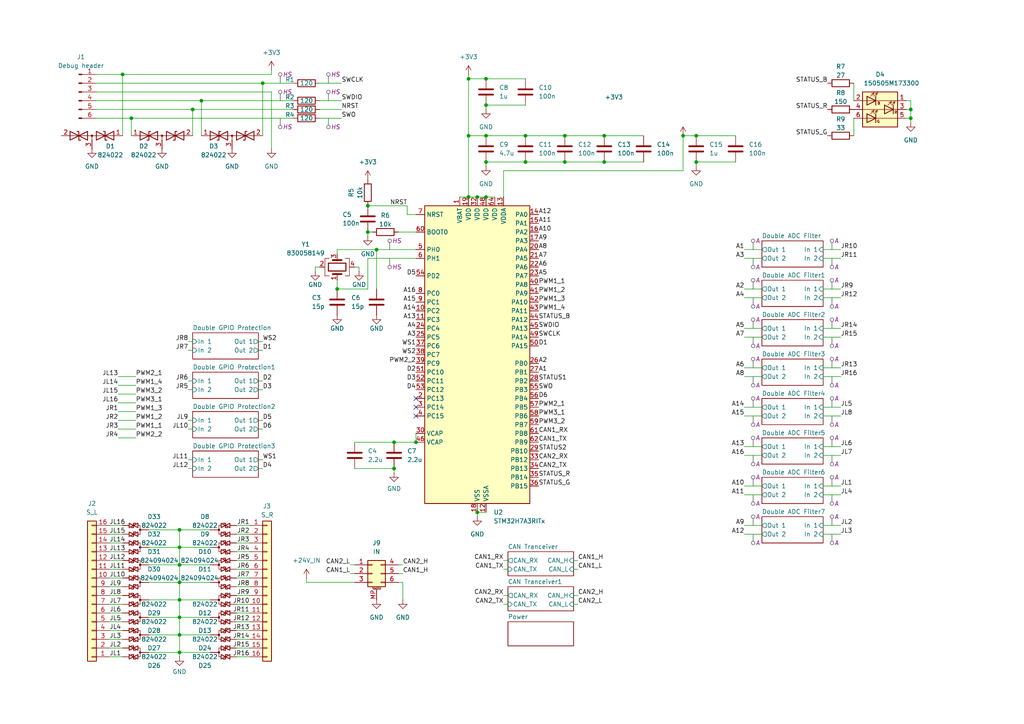
<source format=kicad_sch>
(kicad_sch
	(version 20231120)
	(generator "eeschema")
	(generator_version "8.0")
	(uuid "246a9f42-3cf4-4642-8fd8-5f1a4f99e98a")
	(paper "A4")
	
	(junction
		(at 175.26 46.99)
		(diameter 0)
		(color 0 0 0 0)
		(uuid "0faedb7e-e51b-48da-8bd5-025b23142d1c")
	)
	(junction
		(at 140.97 22.86)
		(diameter 0)
		(color 0 0 0 0)
		(uuid "13454fb4-5f89-4f6a-b18a-eab21014b15c")
	)
	(junction
		(at 175.26 39.37)
		(diameter 0)
		(color 0 0 0 0)
		(uuid "1a6a7547-d86e-4222-b743-33a9f3d82880")
	)
	(junction
		(at 163.83 46.99)
		(diameter 0)
		(color 0 0 0 0)
		(uuid "1a762ff9-8106-48dd-84f4-aae6afbae880")
	)
	(junction
		(at 138.43 148.59)
		(diameter 0)
		(color 0 0 0 0)
		(uuid "1fba0929-f8b9-421a-bc96-66efa46fcee7")
	)
	(junction
		(at 52.07 168.91)
		(diameter 0)
		(color 0 0 0 0)
		(uuid "23b7be04-5c68-4516-868c-8b71fe625f89")
	)
	(junction
		(at 201.93 46.99)
		(diameter 0)
		(color 0 0 0 0)
		(uuid "335df04d-0da4-403a-baad-635138b9b863")
	)
	(junction
		(at 97.79 83.82)
		(diameter 0)
		(color 0 0 0 0)
		(uuid "3bd341a6-e697-4382-8273-d889cde3b026")
	)
	(junction
		(at 198.12 39.37)
		(diameter 0)
		(color 0 0 0 0)
		(uuid "418fbf72-7fe7-4362-b339-9faac9196e49")
	)
	(junction
		(at 52.07 173.99)
		(diameter 0)
		(color 0 0 0 0)
		(uuid "52e1e509-07c2-413b-a9d6-7e9af1b7234c")
	)
	(junction
		(at 106.68 67.31)
		(diameter 0)
		(color 0 0 0 0)
		(uuid "583ea58c-3c4e-43a8-983c-0ef8a0e57e7f")
	)
	(junction
		(at 52.07 184.15)
		(diameter 0)
		(color 0 0 0 0)
		(uuid "5a495e8d-d559-4208-bc20-e1c29e95f13a")
	)
	(junction
		(at 264.16 34.29)
		(diameter 0)
		(color 0 0 0 0)
		(uuid "5eb79890-9b66-4a04-865c-56efe72ed92e")
	)
	(junction
		(at 152.4 39.37)
		(diameter 0)
		(color 0 0 0 0)
		(uuid "61ef05ba-1142-4079-beef-ecae7587b20e")
	)
	(junction
		(at 138.43 57.15)
		(diameter 0)
		(color 0 0 0 0)
		(uuid "63e3cc6a-c379-4c8e-823b-f48ff7360d5e")
	)
	(junction
		(at 140.97 46.99)
		(diameter 0)
		(color 0 0 0 0)
		(uuid "6ee88629-c5f7-4320-aeca-eb6d11cd4764")
	)
	(junction
		(at 135.89 39.37)
		(diameter 0)
		(color 0 0 0 0)
		(uuid "730746cf-2063-4d5d-b9e9-58b696d2d2c2")
	)
	(junction
		(at 140.97 30.48)
		(diameter 0)
		(color 0 0 0 0)
		(uuid "7459708b-7214-4244-8037-5ea7b275b617")
	)
	(junction
		(at 52.07 179.07)
		(diameter 0)
		(color 0 0 0 0)
		(uuid "7e5c391d-4bea-4d07-8cd2-411b916fbb4f")
	)
	(junction
		(at 152.4 46.99)
		(diameter 0)
		(color 0 0 0 0)
		(uuid "80a441f7-0d65-49d5-8d5f-1d4928872c19")
	)
	(junction
		(at 114.3 128.27)
		(diameter 0)
		(color 0 0 0 0)
		(uuid "8d57a956-ebb2-4a05-877b-efffffe2b3a8")
	)
	(junction
		(at 38.1 34.29)
		(diameter 0)
		(color 0 0 0 0)
		(uuid "8edd2698-ff2a-44c5-9304-e5fbc2c965d9")
	)
	(junction
		(at 135.89 57.15)
		(diameter 0)
		(color 0 0 0 0)
		(uuid "927ac146-d17f-48e6-a1b1-24c45689ca84")
	)
	(junction
		(at 264.16 31.75)
		(diameter 0)
		(color 0 0 0 0)
		(uuid "9360b0ce-e82d-4241-8108-ce2f09b1d482")
	)
	(junction
		(at 114.3 135.89)
		(diameter 0)
		(color 0 0 0 0)
		(uuid "96a78eec-d89b-446a-9d22-f333dfcd3a65")
	)
	(junction
		(at 140.97 39.37)
		(diameter 0)
		(color 0 0 0 0)
		(uuid "9938d9cd-4316-4a9c-aac1-2ca4e20d4f3a")
	)
	(junction
		(at 140.97 57.15)
		(diameter 0)
		(color 0 0 0 0)
		(uuid "ab0c9d3a-e379-4ff3-908b-8a82ee094102")
	)
	(junction
		(at 52.07 189.23)
		(diameter 0)
		(color 0 0 0 0)
		(uuid "ab6b5d88-860f-4bee-aa37-bdb154965dd2")
	)
	(junction
		(at 109.22 72.39)
		(diameter 0)
		(color 0 0 0 0)
		(uuid "af84501c-e6af-469a-939a-244d9a11864c")
	)
	(junction
		(at 163.83 39.37)
		(diameter 0)
		(color 0 0 0 0)
		(uuid "b0e8a799-3601-4749-a55c-248820c7677f")
	)
	(junction
		(at 106.68 59.69)
		(diameter 0)
		(color 0 0 0 0)
		(uuid "b1f9304b-911e-4216-bc44-2e5159140188")
	)
	(junction
		(at 135.89 22.86)
		(diameter 0)
		(color 0 0 0 0)
		(uuid "b5e6c25a-9f70-4eae-ac1d-c9cff15c522a")
	)
	(junction
		(at 52.07 163.83)
		(diameter 0)
		(color 0 0 0 0)
		(uuid "c9265e65-f904-4b21-8600-5cc88af2d39c")
	)
	(junction
		(at 52.07 153.67)
		(diameter 0)
		(color 0 0 0 0)
		(uuid "cf6eb0b8-9a3a-474c-ba2f-13fd8def0f60")
	)
	(junction
		(at 201.93 39.37)
		(diameter 0)
		(color 0 0 0 0)
		(uuid "d4de8891-e98c-47a3-84d1-0e55a4fed3c0")
	)
	(junction
		(at 35.56 21.59)
		(diameter 0)
		(color 0 0 0 0)
		(uuid "d8494cb9-6f49-4fef-bc9f-1ab01fdbb0a2")
	)
	(junction
		(at 120.65 128.27)
		(diameter 0)
		(color 0 0 0 0)
		(uuid "d9f081b5-a1c5-4d61-95e7-727613abb1e6")
	)
	(junction
		(at 58.42 29.21)
		(diameter 0)
		(color 0 0 0 0)
		(uuid "e60e70f5-7c68-49c4-afb0-d48e52b24717")
	)
	(junction
		(at 52.07 158.75)
		(diameter 0)
		(color 0 0 0 0)
		(uuid "ebd4f223-5382-429d-88b0-bfe577729178")
	)
	(junction
		(at 55.88 31.75)
		(diameter 0)
		(color 0 0 0 0)
		(uuid "f16fb3e7-6632-467a-ae51-e9b2b11712c0")
	)
	(junction
		(at 76.2 24.13)
		(diameter 0)
		(color 0 0 0 0)
		(uuid "f63c9309-2913-446e-8f26-b9b3dcfd7a63")
	)
	(no_connect
		(at 120.65 118.11)
		(uuid "34880119-e493-43f2-a6b2-72302f62cd78")
	)
	(no_connect
		(at 120.65 115.57)
		(uuid "f0296db4-27fb-43f5-be7d-df1108e4426e")
	)
	(no_connect
		(at 120.65 120.65)
		(uuid "fc2b6ed5-c232-4164-a227-8c471f13453e")
	)
	(wire
		(pts
			(xy 138.43 57.15) (xy 140.97 57.15)
		)
		(stroke
			(width 0)
			(type default)
		)
		(uuid "00c3f738-bf4c-4f5f-b968-c271d45dc3a4")
	)
	(wire
		(pts
			(xy 76.2 124.46) (xy 74.93 124.46)
		)
		(stroke
			(width 0)
			(type default)
		)
		(uuid "02c03285-7269-4e66-9f32-68dc0be415e9")
	)
	(wire
		(pts
			(xy 88.9 168.91) (xy 102.87 168.91)
		)
		(stroke
			(width 0)
			(type default)
		)
		(uuid "02e51f05-7118-489c-aef9-57d19d058f77")
	)
	(wire
		(pts
			(xy 52.07 179.07) (xy 52.07 184.15)
		)
		(stroke
			(width 0)
			(type default)
		)
		(uuid "0303d9a7-cdd9-4d63-b2aa-fe4f7e7ea423")
	)
	(wire
		(pts
			(xy 52.07 168.91) (xy 52.07 173.99)
		)
		(stroke
			(width 0)
			(type default)
		)
		(uuid "034eb1cc-3d05-4629-9ae4-4c965b9dfe1c")
	)
	(wire
		(pts
			(xy 264.16 31.75) (xy 264.16 34.29)
		)
		(stroke
			(width 0)
			(type default)
		)
		(uuid "03e863bb-f3c4-473c-bcd4-7782986c2ec5")
	)
	(wire
		(pts
			(xy 27.94 24.13) (xy 76.2 24.13)
		)
		(stroke
			(width 0)
			(type default)
		)
		(uuid "03ea955e-5bd9-43ae-8f2c-99f4e66cbacf")
	)
	(wire
		(pts
			(xy 238.76 109.22) (xy 243.84 109.22)
		)
		(stroke
			(width 0)
			(type default)
		)
		(uuid "046a9763-9a61-44d0-ab52-302689d54e11")
	)
	(wire
		(pts
			(xy 52.07 163.83) (xy 60.96 163.83)
		)
		(stroke
			(width 0)
			(type default)
		)
		(uuid "050a2432-1a86-45d8-ba1a-01f2b3da46db")
	)
	(wire
		(pts
			(xy 215.9 74.93) (xy 220.98 74.93)
		)
		(stroke
			(width 0)
			(type default)
		)
		(uuid "07019a9f-2a2e-49d0-b2ef-c049821c1410")
	)
	(wire
		(pts
			(xy 116.84 168.91) (xy 115.57 168.91)
		)
		(stroke
			(width 0)
			(type default)
		)
		(uuid "09643cf9-333b-4ecd-9673-e5039a71d6a6")
	)
	(wire
		(pts
			(xy 140.97 31.75) (xy 140.97 30.48)
		)
		(stroke
			(width 0)
			(type default)
		)
		(uuid "0c91e935-7c35-4ba0-a0b9-5beea7481d62")
	)
	(wire
		(pts
			(xy 43.18 163.83) (xy 52.07 163.83)
		)
		(stroke
			(width 0)
			(type default)
		)
		(uuid "0dad2b87-a28c-4cef-b693-980911acde13")
	)
	(wire
		(pts
			(xy 264.16 29.21) (xy 264.16 31.75)
		)
		(stroke
			(width 0)
			(type default)
		)
		(uuid "0ef91f87-b005-41d4-9291-9b0c31dea7b3")
	)
	(wire
		(pts
			(xy 135.89 57.15) (xy 138.43 57.15)
		)
		(stroke
			(width 0)
			(type default)
		)
		(uuid "0f1aaa8e-dea1-479f-abf2-070144b046c0")
	)
	(wire
		(pts
			(xy 97.79 72.39) (xy 109.22 72.39)
		)
		(stroke
			(width 0)
			(type default)
		)
		(uuid "106b7e8b-fd1a-4f46-8138-58d328fcabdf")
	)
	(wire
		(pts
			(xy 43.18 173.99) (xy 52.07 173.99)
		)
		(stroke
			(width 0)
			(type default)
		)
		(uuid "11fb9953-585f-4ec6-80de-2536179df06d")
	)
	(wire
		(pts
			(xy 107.95 67.31) (xy 106.68 67.31)
		)
		(stroke
			(width 0)
			(type default)
		)
		(uuid "136b25e0-1107-4118-8123-5a58a290dfef")
	)
	(wire
		(pts
			(xy 35.56 172.72) (xy 31.75 172.72)
		)
		(stroke
			(width 0)
			(type default)
		)
		(uuid "13aaac1d-a492-45d3-911c-7fce28cfa8d4")
	)
	(wire
		(pts
			(xy 109.22 72.39) (xy 109.22 83.82)
		)
		(stroke
			(width 0)
			(type default)
		)
		(uuid "17c30180-52bd-416a-95ab-6b50205ca129")
	)
	(wire
		(pts
			(xy 215.9 140.97) (xy 220.98 140.97)
		)
		(stroke
			(width 0)
			(type default)
		)
		(uuid "193c0b37-6765-4765-991a-614e4c170a1f")
	)
	(wire
		(pts
			(xy 106.68 59.69) (xy 118.11 59.69)
		)
		(stroke
			(width 0)
			(type default)
		)
		(uuid "1a4bbbc4-883f-4f82-9bda-429b26e0f109")
	)
	(wire
		(pts
			(xy 118.11 62.23) (xy 120.65 62.23)
		)
		(stroke
			(width 0)
			(type default)
		)
		(uuid "1ac14a14-157c-44e7-8281-0c53559e315c")
	)
	(wire
		(pts
			(xy 68.58 162.56) (xy 72.39 162.56)
		)
		(stroke
			(width 0)
			(type default)
		)
		(uuid "1b9550ed-cabf-497e-b031-055ea8245d6a")
	)
	(wire
		(pts
			(xy 35.56 182.88) (xy 31.75 182.88)
		)
		(stroke
			(width 0)
			(type default)
		)
		(uuid "1cbdc3bd-06be-4ae9-a8ec-31d13405ecc2")
	)
	(wire
		(pts
			(xy 135.89 22.86) (xy 140.97 22.86)
		)
		(stroke
			(width 0)
			(type default)
		)
		(uuid "1d91dd9d-6e4c-4cd1-892d-047dfaffd2c5")
	)
	(wire
		(pts
			(xy 35.56 175.26) (xy 31.75 175.26)
		)
		(stroke
			(width 0)
			(type default)
		)
		(uuid "1de68078-e6ee-4922-afb9-d07ea2995d2e")
	)
	(wire
		(pts
			(xy 99.06 31.75) (xy 92.71 31.75)
		)
		(stroke
			(width 0)
			(type default)
		)
		(uuid "1e5686b1-e252-4b83-b17a-2a6e70e41ebd")
	)
	(wire
		(pts
			(xy 116.84 173.99) (xy 116.84 168.91)
		)
		(stroke
			(width 0)
			(type default)
		)
		(uuid "1fcf5cff-82c3-47de-a645-8871f29d9e99")
	)
	(wire
		(pts
			(xy 54.61 110.49) (xy 55.88 110.49)
		)
		(stroke
			(width 0)
			(type default)
		)
		(uuid "21ec9914-50de-4829-87c8-6abef0833a7f")
	)
	(wire
		(pts
			(xy 78.74 43.18) (xy 78.74 26.67)
		)
		(stroke
			(width 0)
			(type default)
		)
		(uuid "220af1a0-8d8c-4df9-8756-4f37ba351685")
	)
	(wire
		(pts
			(xy 35.56 190.5) (xy 31.75 190.5)
		)
		(stroke
			(width 0)
			(type default)
		)
		(uuid "22aa4bc2-fcc7-47eb-bbe4-9c28cdc79ce5")
	)
	(wire
		(pts
			(xy 52.07 158.75) (xy 52.07 163.83)
		)
		(stroke
			(width 0)
			(type default)
		)
		(uuid "252393ce-6cf2-49db-9cc4-ef4598708c8a")
	)
	(wire
		(pts
			(xy 76.2 99.06) (xy 74.93 99.06)
		)
		(stroke
			(width 0)
			(type default)
		)
		(uuid "289bfa10-7205-47f0-9c63-639befda4eae")
	)
	(wire
		(pts
			(xy 68.58 182.88) (xy 72.39 182.88)
		)
		(stroke
			(width 0)
			(type default)
		)
		(uuid "2bf5cf48-e802-40fb-9875-afbcbbe7ce17")
	)
	(wire
		(pts
			(xy 215.9 109.22) (xy 220.98 109.22)
		)
		(stroke
			(width 0)
			(type default)
		)
		(uuid "2d8f8933-7cdd-42a6-b454-cd208c51236c")
	)
	(wire
		(pts
			(xy 175.26 46.99) (xy 186.69 46.99)
		)
		(stroke
			(width 0)
			(type default)
		)
		(uuid "2f4e5d47-367b-42ae-ba4d-9fcc1012c3de")
	)
	(wire
		(pts
			(xy 140.97 46.99) (xy 152.4 46.99)
		)
		(stroke
			(width 0)
			(type default)
		)
		(uuid "2f506071-9a44-4e48-ac76-84c9ee7d9730")
	)
	(wire
		(pts
			(xy 140.97 48.26) (xy 140.97 46.99)
		)
		(stroke
			(width 0)
			(type default)
		)
		(uuid "2fd8fc58-628c-40ce-bd40-4482fad2134f")
	)
	(wire
		(pts
			(xy 135.89 39.37) (xy 135.89 57.15)
		)
		(stroke
			(width 0)
			(type default)
		)
		(uuid "319e8e65-d0b2-4966-9880-27fca007045c")
	)
	(wire
		(pts
			(xy 114.3 137.16) (xy 114.3 135.89)
		)
		(stroke
			(width 0)
			(type default)
		)
		(uuid "3256622b-f4d0-45c0-a3d2-81698764a22d")
	)
	(wire
		(pts
			(xy 104.14 78.74) (xy 104.14 77.47)
		)
		(stroke
			(width 0)
			(type default)
		)
		(uuid "32879dfa-8f70-47fe-888e-0f8c9f7909f1")
	)
	(wire
		(pts
			(xy 68.58 172.72) (xy 72.39 172.72)
		)
		(stroke
			(width 0)
			(type default)
		)
		(uuid "349a9aee-6235-44fb-bc34-786ea4d753d8")
	)
	(wire
		(pts
			(xy 68.58 180.34) (xy 72.39 180.34)
		)
		(stroke
			(width 0)
			(type default)
		)
		(uuid "34cc20c1-2da5-4078-83b1-bfafdaadacc2")
	)
	(wire
		(pts
			(xy 146.05 49.53) (xy 146.05 57.15)
		)
		(stroke
			(width 0)
			(type default)
		)
		(uuid "34e3f1f1-2741-4dfa-af9f-c112bd474a87")
	)
	(wire
		(pts
			(xy 264.16 35.56) (xy 264.16 34.29)
		)
		(stroke
			(width 0)
			(type default)
		)
		(uuid "38a6d3bc-4ee0-4030-93d9-bf9ebfdc0db5")
	)
	(wire
		(pts
			(xy 99.06 34.29) (xy 92.71 34.29)
		)
		(stroke
			(width 0)
			(type default)
		)
		(uuid "3abf7b10-08a7-4c3a-b7bb-b15324f2507e")
	)
	(wire
		(pts
			(xy 52.07 173.99) (xy 60.96 173.99)
		)
		(stroke
			(width 0)
			(type default)
		)
		(uuid "3b38b533-37ae-4fcd-8c65-e866283e8b49")
	)
	(wire
		(pts
			(xy 99.06 29.21) (xy 92.71 29.21)
		)
		(stroke
			(width 0)
			(type default)
		)
		(uuid "3baddbc1-a075-4cea-bd14-aa6bd337112d")
	)
	(wire
		(pts
			(xy 54.61 124.46) (xy 55.88 124.46)
		)
		(stroke
			(width 0)
			(type default)
		)
		(uuid "3c4b256e-33a1-4289-8d4e-ed38ddde4477")
	)
	(wire
		(pts
			(xy 102.87 135.89) (xy 114.3 135.89)
		)
		(stroke
			(width 0)
			(type default)
		)
		(uuid "3d1479cd-ec76-4a04-8d4a-27b1bdb3a5ec")
	)
	(wire
		(pts
			(xy 68.58 170.18) (xy 72.39 170.18)
		)
		(stroke
			(width 0)
			(type default)
		)
		(uuid "3d69579b-6a03-4220-9735-861046ab3d8e")
	)
	(wire
		(pts
			(xy 68.58 167.64) (xy 72.39 167.64)
		)
		(stroke
			(width 0)
			(type default)
		)
		(uuid "3ebcc135-7723-4fba-a462-8de7c8ec416a")
	)
	(wire
		(pts
			(xy 264.16 29.21) (xy 262.89 29.21)
		)
		(stroke
			(width 0)
			(type default)
		)
		(uuid "3f98c0b4-5f38-4d2f-93a7-ba4b9193cf2c")
	)
	(wire
		(pts
			(xy 52.07 153.67) (xy 52.07 158.75)
		)
		(stroke
			(width 0)
			(type default)
		)
		(uuid "43c97b2f-c150-430a-b364-5cc9c1d03af7")
	)
	(wire
		(pts
			(xy 166.37 165.1) (xy 167.64 165.1)
		)
		(stroke
			(width 0)
			(type default)
		)
		(uuid "441334e1-2272-4037-ac0c-890e6952a4e4")
	)
	(wire
		(pts
			(xy 215.9 154.94) (xy 220.98 154.94)
		)
		(stroke
			(width 0)
			(type default)
		)
		(uuid "45bf284a-535b-4ec9-ae60-c66f9812b72a")
	)
	(wire
		(pts
			(xy 215.9 106.68) (xy 220.98 106.68)
		)
		(stroke
			(width 0)
			(type default)
		)
		(uuid "46975ee1-51b3-4808-b99c-66e549cce586")
	)
	(wire
		(pts
			(xy 140.97 39.37) (xy 152.4 39.37)
		)
		(stroke
			(width 0)
			(type default)
		)
		(uuid "4a3ddc6d-f97f-4e4d-84a7-65c21555086c")
	)
	(wire
		(pts
			(xy 138.43 148.59) (xy 140.97 148.59)
		)
		(stroke
			(width 0)
			(type default)
		)
		(uuid "4a86957c-77a0-4ce8-bf18-bf0396316997")
	)
	(wire
		(pts
			(xy 101.6 166.37) (xy 102.87 166.37)
		)
		(stroke
			(width 0)
			(type default)
		)
		(uuid "4a949536-b2bc-4b6d-b764-4ccd9f588ec5")
	)
	(wire
		(pts
			(xy 264.16 34.29) (xy 262.89 34.29)
		)
		(stroke
			(width 0)
			(type default)
		)
		(uuid "4aac2683-5ed4-46cc-8453-081a1ac1680b")
	)
	(wire
		(pts
			(xy 175.26 39.37) (xy 186.69 39.37)
		)
		(stroke
			(width 0)
			(type default)
		)
		(uuid "4ad69155-d851-4b9f-b769-fc6449b5ea3b")
	)
	(wire
		(pts
			(xy 76.2 101.6) (xy 74.93 101.6)
		)
		(stroke
			(width 0)
			(type default)
		)
		(uuid "4bb77cb6-1ef3-49ae-88a3-db535bd5a2a3")
	)
	(wire
		(pts
			(xy 27.94 31.75) (xy 55.88 31.75)
		)
		(stroke
			(width 0)
			(type default)
		)
		(uuid "4d4bceb5-f819-40a8-8953-d931043aacd5")
	)
	(wire
		(pts
			(xy 34.29 111.76) (xy 39.37 111.76)
		)
		(stroke
			(width 0)
			(type default)
		)
		(uuid "4e90c772-132d-46b1-9761-2437cf469a96")
	)
	(wire
		(pts
			(xy 38.1 34.29) (xy 85.09 34.29)
		)
		(stroke
			(width 0)
			(type default)
		)
		(uuid "4eff0188-7af9-4831-93d1-594d41120b2c")
	)
	(wire
		(pts
			(xy 35.56 185.42) (xy 31.75 185.42)
		)
		(stroke
			(width 0)
			(type default)
		)
		(uuid "4f8baabf-a748-42f9-94b0-7b7ecf887bd7")
	)
	(wire
		(pts
			(xy 76.2 39.37) (xy 76.2 24.13)
		)
		(stroke
			(width 0)
			(type default)
		)
		(uuid "4fb98932-37d3-4ca5-b8f9-537e7b97919e")
	)
	(wire
		(pts
			(xy 146.05 172.72) (xy 147.32 172.72)
		)
		(stroke
			(width 0)
			(type default)
		)
		(uuid "54ff6277-d108-4c57-b38b-3be6b142ecd0")
	)
	(wire
		(pts
			(xy 97.79 83.82) (xy 97.79 81.28)
		)
		(stroke
			(width 0)
			(type default)
		)
		(uuid "55012540-e0d1-49fe-803e-43ed943432f8")
	)
	(wire
		(pts
			(xy 52.07 184.15) (xy 60.96 184.15)
		)
		(stroke
			(width 0)
			(type default)
		)
		(uuid "5d5e3750-e898-4850-b150-63cd526c176d")
	)
	(wire
		(pts
			(xy 115.57 67.31) (xy 120.65 67.31)
		)
		(stroke
			(width 0)
			(type default)
		)
		(uuid "5dc8ccb6-b380-481a-86fd-234533b3763b")
	)
	(wire
		(pts
			(xy 238.76 118.11) (xy 243.84 118.11)
		)
		(stroke
			(width 0)
			(type default)
		)
		(uuid "5ed822f9-eda1-4128-a33b-27d5b0ac4d39")
	)
	(wire
		(pts
			(xy 35.56 157.48) (xy 31.75 157.48)
		)
		(stroke
			(width 0)
			(type default)
		)
		(uuid "604be9eb-ac6e-43ef-90d5-2ba4f388dc9f")
	)
	(wire
		(pts
			(xy 68.58 185.42) (xy 72.39 185.42)
		)
		(stroke
			(width 0)
			(type default)
		)
		(uuid "62a7ea53-6102-441f-b8c2-4dfa0f51aefc")
	)
	(wire
		(pts
			(xy 118.11 59.69) (xy 118.11 62.23)
		)
		(stroke
			(width 0)
			(type default)
		)
		(uuid "62a8c19c-6239-49bb-818b-d4210c55ae2f")
	)
	(wire
		(pts
			(xy 34.29 114.3) (xy 39.37 114.3)
		)
		(stroke
			(width 0)
			(type default)
		)
		(uuid "6395668c-d00a-4ab1-92e4-e1b116493d87")
	)
	(wire
		(pts
			(xy 238.76 152.4) (xy 243.84 152.4)
		)
		(stroke
			(width 0)
			(type default)
		)
		(uuid "6469f810-3b99-4129-a56d-7f3d8c25572f")
	)
	(wire
		(pts
			(xy 152.4 46.99) (xy 163.83 46.99)
		)
		(stroke
			(width 0)
			(type default)
		)
		(uuid "65448fd7-81f0-497b-953b-966e3eae7d71")
	)
	(wire
		(pts
			(xy 35.56 154.94) (xy 31.75 154.94)
		)
		(stroke
			(width 0)
			(type default)
		)
		(uuid "67fff605-4247-42bf-ac0e-cb05c0ef5308")
	)
	(wire
		(pts
			(xy 35.56 152.4) (xy 31.75 152.4)
		)
		(stroke
			(width 0)
			(type default)
		)
		(uuid "684d6043-d1f4-4fb4-8b5a-712116e538cc")
	)
	(wire
		(pts
			(xy 166.37 162.56) (xy 167.64 162.56)
		)
		(stroke
			(width 0)
			(type default)
		)
		(uuid "68982d33-3348-4293-af2d-00d2bf87c31c")
	)
	(wire
		(pts
			(xy 54.61 133.35) (xy 55.88 133.35)
		)
		(stroke
			(width 0)
			(type default)
		)
		(uuid "6967dab9-ba0f-47fa-855b-81615c3e18c1")
	)
	(wire
		(pts
			(xy 68.58 187.96) (xy 72.39 187.96)
		)
		(stroke
			(width 0)
			(type default)
		)
		(uuid "6c123143-d547-43c7-b532-11fdef114118")
	)
	(wire
		(pts
			(xy 163.83 39.37) (xy 175.26 39.37)
		)
		(stroke
			(width 0)
			(type default)
		)
		(uuid "6cbb2ae6-6394-4ff1-8b84-21e211ea8033")
	)
	(wire
		(pts
			(xy 78.74 21.59) (xy 35.56 21.59)
		)
		(stroke
			(width 0)
			(type default)
		)
		(uuid "7068abdf-11e6-40a5-8c03-913a9098550e")
	)
	(wire
		(pts
			(xy 146.05 162.56) (xy 147.32 162.56)
		)
		(stroke
			(width 0)
			(type default)
		)
		(uuid "70ce3814-2cff-48a0-bac0-a42e75589f7c")
	)
	(wire
		(pts
			(xy 52.07 189.23) (xy 60.96 189.23)
		)
		(stroke
			(width 0)
			(type default)
		)
		(uuid "71914898-0ba2-4404-89de-df20052ef202")
	)
	(wire
		(pts
			(xy 215.9 83.82) (xy 220.98 83.82)
		)
		(stroke
			(width 0)
			(type default)
		)
		(uuid "72ac8ac3-2ee2-4a8f-89be-619749f2f6bb")
	)
	(wire
		(pts
			(xy 43.18 179.07) (xy 52.07 179.07)
		)
		(stroke
			(width 0)
			(type default)
		)
		(uuid "72b08ba6-cceb-4121-b855-85b9c3ec16ab")
	)
	(wire
		(pts
			(xy 52.07 179.07) (xy 60.96 179.07)
		)
		(stroke
			(width 0)
			(type default)
		)
		(uuid "730a5782-efd0-49ce-93b3-9d85d0f5cde7")
	)
	(wire
		(pts
			(xy 76.2 110.49) (xy 74.93 110.49)
		)
		(stroke
			(width 0)
			(type default)
		)
		(uuid "73627e11-9c8b-4ee1-b325-43f6b4d13590")
	)
	(wire
		(pts
			(xy 116.84 163.83) (xy 115.57 163.83)
		)
		(stroke
			(width 0)
			(type default)
		)
		(uuid "73f4ff9b-7227-4add-9ba1-b9db6cdaeeee")
	)
	(wire
		(pts
			(xy 54.61 121.92) (xy 55.88 121.92)
		)
		(stroke
			(width 0)
			(type default)
		)
		(uuid "7445cc10-d40e-4bd6-93af-4dc1af630744")
	)
	(wire
		(pts
			(xy 35.56 165.1) (xy 31.75 165.1)
		)
		(stroke
			(width 0)
			(type default)
		)
		(uuid "7490a687-d148-4bbd-b8b5-79167fe0aa65")
	)
	(wire
		(pts
			(xy 35.56 21.59) (xy 35.56 39.37)
		)
		(stroke
			(width 0)
			(type default)
		)
		(uuid "752ab649-50ea-4ab7-bd3c-6ac87f543645")
	)
	(wire
		(pts
			(xy 238.76 120.65) (xy 243.84 120.65)
		)
		(stroke
			(width 0)
			(type default)
		)
		(uuid "762ccc46-2002-452a-9df6-c8d370519e2b")
	)
	(wire
		(pts
			(xy 215.9 143.51) (xy 220.98 143.51)
		)
		(stroke
			(width 0)
			(type default)
		)
		(uuid "795f31da-483c-4a8b-bc58-8dbc40bdb323")
	)
	(wire
		(pts
			(xy 54.61 135.89) (xy 55.88 135.89)
		)
		(stroke
			(width 0)
			(type default)
		)
		(uuid "79dffb39-7b41-4f96-ac2d-68acb3a2d83a")
	)
	(wire
		(pts
			(xy 52.07 163.83) (xy 52.07 168.91)
		)
		(stroke
			(width 0)
			(type default)
		)
		(uuid "7c8660a1-be9d-45c9-9c4a-74604763d2f0")
	)
	(wire
		(pts
			(xy 68.58 152.4) (xy 72.39 152.4)
		)
		(stroke
			(width 0)
			(type default)
		)
		(uuid "7d70ea47-6abf-44a1-9a41-caac30d6178e")
	)
	(wire
		(pts
			(xy 135.89 39.37) (xy 140.97 39.37)
		)
		(stroke
			(width 0)
			(type default)
		)
		(uuid "80583bc6-a3de-44ce-8e05-2f0143343034")
	)
	(wire
		(pts
			(xy 198.12 39.37) (xy 201.93 39.37)
		)
		(stroke
			(width 0)
			(type default)
		)
		(uuid "81448d5b-dfec-4dd6-9703-b8e7bc0d6968")
	)
	(wire
		(pts
			(xy 215.9 97.79) (xy 220.98 97.79)
		)
		(stroke
			(width 0)
			(type default)
		)
		(uuid "81cdd66b-ac50-4c22-8442-84ce470b011d")
	)
	(wire
		(pts
			(xy 215.9 118.11) (xy 220.98 118.11)
		)
		(stroke
			(width 0)
			(type default)
		)
		(uuid "83c93ef7-e0ed-4405-bfd3-8a16d8c484bf")
	)
	(wire
		(pts
			(xy 52.07 189.23) (xy 52.07 190.5)
		)
		(stroke
			(width 0)
			(type default)
		)
		(uuid "83de6e92-5679-415c-bdc3-a3af216732b0")
	)
	(wire
		(pts
			(xy 43.18 158.75) (xy 52.07 158.75)
		)
		(stroke
			(width 0)
			(type default)
		)
		(uuid "83ec5488-fd6d-4500-9382-f1c9933ce37c")
	)
	(wire
		(pts
			(xy 215.9 152.4) (xy 220.98 152.4)
		)
		(stroke
			(width 0)
			(type default)
		)
		(uuid "868fd2cf-5015-4d5c-88aa-7feecce7fce4")
	)
	(wire
		(pts
			(xy 55.88 31.75) (xy 55.88 39.37)
		)
		(stroke
			(width 0)
			(type default)
		)
		(uuid "86f7d94b-d59e-44e2-8748-6e667f4aef64")
	)
	(wire
		(pts
			(xy 38.1 34.29) (xy 38.1 39.37)
		)
		(stroke
			(width 0)
			(type default)
		)
		(uuid "8749140a-9a28-472f-91fe-5493c58f3fec")
	)
	(wire
		(pts
			(xy 78.74 21.59) (xy 78.74 20.32)
		)
		(stroke
			(width 0)
			(type default)
		)
		(uuid "890723ea-bebb-439f-958d-a064d09aa7e1")
	)
	(wire
		(pts
			(xy 27.94 29.21) (xy 58.42 29.21)
		)
		(stroke
			(width 0)
			(type default)
		)
		(uuid "8a16a9d5-a8d0-41a3-adbe-a5c41b7ec656")
	)
	(wire
		(pts
			(xy 238.76 86.36) (xy 243.84 86.36)
		)
		(stroke
			(width 0)
			(type default)
		)
		(uuid "8b50ba3a-36d1-4fca-a044-476bf9c55a0e")
	)
	(wire
		(pts
			(xy 215.9 86.36) (xy 220.98 86.36)
		)
		(stroke
			(width 0)
			(type default)
		)
		(uuid "8e54bae6-310e-49df-b241-930d37c9dfbf")
	)
	(wire
		(pts
			(xy 68.58 160.02) (xy 72.39 160.02)
		)
		(stroke
			(width 0)
			(type default)
		)
		(uuid "8fdd6b36-f07a-4c7c-9f31-27bd6d2342ff")
	)
	(wire
		(pts
			(xy 163.83 46.99) (xy 175.26 46.99)
		)
		(stroke
			(width 0)
			(type default)
		)
		(uuid "96b0d394-0b88-45c1-8172-1431dd192851")
	)
	(wire
		(pts
			(xy 104.14 77.47) (xy 102.87 77.47)
		)
		(stroke
			(width 0)
			(type default)
		)
		(uuid "97d90ea5-9485-4e12-927b-8b686691137f")
	)
	(wire
		(pts
			(xy 238.76 72.39) (xy 243.84 72.39)
		)
		(stroke
			(width 0)
			(type default)
		)
		(uuid "9b43fe9f-0fa6-4f3a-bb06-6f7c0396d50b")
	)
	(wire
		(pts
			(xy 34.29 119.38) (xy 39.37 119.38)
		)
		(stroke
			(width 0)
			(type default)
		)
		(uuid "9c222faa-e0f6-4cc3-835e-cbf8bb625d81")
	)
	(wire
		(pts
			(xy 68.58 175.26) (xy 72.39 175.26)
		)
		(stroke
			(width 0)
			(type default)
		)
		(uuid "9e1f8b85-7eb5-403f-b3ab-27ff31019d3f")
	)
	(wire
		(pts
			(xy 35.56 187.96) (xy 31.75 187.96)
		)
		(stroke
			(width 0)
			(type default)
		)
		(uuid "9f0a2609-5353-4c0c-a8ce-5203e4952f1a")
	)
	(wire
		(pts
			(xy 238.76 106.68) (xy 243.84 106.68)
		)
		(stroke
			(width 0)
			(type default)
		)
		(uuid "9f33ddaa-2e7e-4540-b4cb-9f80b3769576")
	)
	(wire
		(pts
			(xy 74.93 133.35) (xy 76.2 133.35)
		)
		(stroke
			(width 0)
			(type default)
		)
		(uuid "9f37bf6f-a3c8-4f77-9658-aa0114f771d2")
	)
	(wire
		(pts
			(xy 54.61 101.6) (xy 55.88 101.6)
		)
		(stroke
			(width 0)
			(type default)
		)
		(uuid "a02c86dc-a145-4ecd-a802-3080febbafee")
	)
	(wire
		(pts
			(xy 201.93 39.37) (xy 213.36 39.37)
		)
		(stroke
			(width 0)
			(type default)
		)
		(uuid "a11e87fc-d7eb-4d8c-94a3-a153d319a5b6")
	)
	(wire
		(pts
			(xy 35.56 21.59) (xy 27.94 21.59)
		)
		(stroke
			(width 0)
			(type default)
		)
		(uuid "a1adc057-6535-4793-8d8d-7c3137110326")
	)
	(wire
		(pts
			(xy 120.65 128.27) (xy 114.3 128.27)
		)
		(stroke
			(width 0)
			(type default)
		)
		(uuid "a374cc97-25dd-4c87-880b-3dd7be297b6e")
	)
	(wire
		(pts
			(xy 140.97 30.48) (xy 152.4 30.48)
		)
		(stroke
			(width 0)
			(type default)
		)
		(uuid "a45c0936-d61e-4288-9da7-30478b873d2d")
	)
	(wire
		(pts
			(xy 68.58 157.48) (xy 72.39 157.48)
		)
		(stroke
			(width 0)
			(type default)
		)
		(uuid "a5683189-69dd-453e-8098-d51185062a7c")
	)
	(wire
		(pts
			(xy 238.76 143.51) (xy 243.84 143.51)
		)
		(stroke
			(width 0)
			(type default)
		)
		(uuid "a7414dbe-241f-4952-96f9-d0e16962052d")
	)
	(wire
		(pts
			(xy 52.07 158.75) (xy 60.96 158.75)
		)
		(stroke
			(width 0)
			(type default)
		)
		(uuid "a8d1d868-1344-4d2a-a953-d212f01462d5")
	)
	(wire
		(pts
			(xy 201.93 48.26) (xy 201.93 46.99)
		)
		(stroke
			(width 0)
			(type default)
		)
		(uuid "aa4120b2-574b-4f0d-a6c9-f6d2a996df84")
	)
	(wire
		(pts
			(xy 116.84 166.37) (xy 115.57 166.37)
		)
		(stroke
			(width 0)
			(type default)
		)
		(uuid "aa84cfb4-0e65-4872-9a55-05689295f5ec")
	)
	(wire
		(pts
			(xy 166.37 175.26) (xy 167.64 175.26)
		)
		(stroke
			(width 0)
			(type default)
		)
		(uuid "ac8a55cc-d8f3-4eeb-a00e-b8d467b86c7f")
	)
	(wire
		(pts
			(xy 238.76 74.93) (xy 243.84 74.93)
		)
		(stroke
			(width 0)
			(type default)
		)
		(uuid "acf8058c-9b24-4649-bc0b-3ca5d3fc4126")
	)
	(wire
		(pts
			(xy 166.37 172.72) (xy 167.64 172.72)
		)
		(stroke
			(width 0)
			(type default)
		)
		(uuid "ae74f47d-71ff-4c89-84d0-becc91d000c5")
	)
	(wire
		(pts
			(xy 35.56 167.64) (xy 31.75 167.64)
		)
		(stroke
			(width 0)
			(type default)
		)
		(uuid "aed847a5-e945-4b29-af4b-a981064b473c")
	)
	(wire
		(pts
			(xy 55.88 31.75) (xy 85.09 31.75)
		)
		(stroke
			(width 0)
			(type default)
		)
		(uuid "b05434ab-d577-46e8-a801-a2c77f9984e9")
	)
	(wire
		(pts
			(xy 34.29 121.92) (xy 39.37 121.92)
		)
		(stroke
			(width 0)
			(type default)
		)
		(uuid "b1104d4b-bba9-4e09-b48d-383e8a864c05")
	)
	(wire
		(pts
			(xy 43.18 184.15) (xy 52.07 184.15)
		)
		(stroke
			(width 0)
			(type default)
		)
		(uuid "b12f461e-9723-431c-affd-b99fbc8e8426")
	)
	(wire
		(pts
			(xy 91.44 77.47) (xy 91.44 78.74)
		)
		(stroke
			(width 0)
			(type default)
		)
		(uuid "b17c6ac8-cf4d-4d6d-8cad-9643d8e7a227")
	)
	(wire
		(pts
			(xy 52.07 168.91) (xy 60.96 168.91)
		)
		(stroke
			(width 0)
			(type default)
		)
		(uuid "b3340d8e-a6d5-4752-8405-be3855bf2dca")
	)
	(wire
		(pts
			(xy 68.58 177.8) (xy 72.39 177.8)
		)
		(stroke
			(width 0)
			(type default)
		)
		(uuid "b4cca263-13b6-4139-8a4d-48cf62a928e3")
	)
	(wire
		(pts
			(xy 68.58 190.5) (xy 72.39 190.5)
		)
		(stroke
			(width 0)
			(type default)
		)
		(uuid "b4ed1bc8-bf43-40f0-9393-4cf4f283b3ec")
	)
	(wire
		(pts
			(xy 91.44 77.47) (xy 92.71 77.47)
		)
		(stroke
			(width 0)
			(type default)
		)
		(uuid "b5075339-4ce0-4208-916b-2031809f36f7")
	)
	(wire
		(pts
			(xy 35.56 177.8) (xy 31.75 177.8)
		)
		(stroke
			(width 0)
			(type default)
		)
		(uuid "b5137006-1994-49ef-848a-bee393b74352")
	)
	(wire
		(pts
			(xy 120.65 125.73) (xy 120.65 128.27)
		)
		(stroke
			(width 0)
			(type default)
		)
		(uuid "b53b8d91-fb81-4e3a-8522-2c577a5dac9f")
	)
	(wire
		(pts
			(xy 238.76 129.54) (xy 243.84 129.54)
		)
		(stroke
			(width 0)
			(type default)
		)
		(uuid "b6ad8054-77e2-4d88-8489-f4b7e52acf1c")
	)
	(wire
		(pts
			(xy 43.18 189.23) (xy 52.07 189.23)
		)
		(stroke
			(width 0)
			(type default)
		)
		(uuid "b80ef5e3-8155-4fe2-b22b-86672ca6b290")
	)
	(wire
		(pts
			(xy 215.9 129.54) (xy 220.98 129.54)
		)
		(stroke
			(width 0)
			(type default)
		)
		(uuid "ba806781-cf5d-46a8-9f32-5bf0f4d249d6")
	)
	(wire
		(pts
			(xy 238.76 154.94) (xy 243.84 154.94)
		)
		(stroke
			(width 0)
			(type default)
		)
		(uuid "bab79d67-f408-4b71-9cef-46860a763f65")
	)
	(wire
		(pts
			(xy 43.18 168.91) (xy 52.07 168.91)
		)
		(stroke
			(width 0)
			(type default)
		)
		(uuid "bc716928-2ac4-4f5c-8048-eddc63f8d43a")
	)
	(wire
		(pts
			(xy 34.29 124.46) (xy 39.37 124.46)
		)
		(stroke
			(width 0)
			(type default)
		)
		(uuid "bd23d700-fcfa-4992-bee1-db90f9af2d67")
	)
	(wire
		(pts
			(xy 120.65 74.93) (xy 106.68 74.93)
		)
		(stroke
			(width 0)
			(type default)
		)
		(uuid "bfc738d4-1aa9-45ec-b23a-293b4a9d1b1b")
	)
	(wire
		(pts
			(xy 58.42 29.21) (xy 85.09 29.21)
		)
		(stroke
			(width 0)
			(type default)
		)
		(uuid "c136fe36-f55b-4c57-93e8-23080a96af68")
	)
	(wire
		(pts
			(xy 54.61 99.06) (xy 55.88 99.06)
		)
		(stroke
			(width 0)
			(type default)
		)
		(uuid "c20838dd-6ad4-48d9-9ab0-8a3fd64d8d46")
	)
	(wire
		(pts
			(xy 135.89 22.86) (xy 135.89 39.37)
		)
		(stroke
			(width 0)
			(type default)
		)
		(uuid "c255969b-2052-4068-a320-f2f84adc0aa2")
	)
	(wire
		(pts
			(xy 138.43 149.86) (xy 138.43 148.59)
		)
		(stroke
			(width 0)
			(type default)
		)
		(uuid "c25f4a27-6c4f-435d-9652-ae5bb5ff0ba2")
	)
	(wire
		(pts
			(xy 215.9 95.25) (xy 220.98 95.25)
		)
		(stroke
			(width 0)
			(type default)
		)
		(uuid "c2a964c8-dc54-44d0-893a-1c45a25f3074")
	)
	(wire
		(pts
			(xy 76.2 24.13) (xy 85.09 24.13)
		)
		(stroke
			(width 0)
			(type default)
		)
		(uuid "c2dd9b1e-5f00-412b-8bf8-25d2de3fc324")
	)
	(wire
		(pts
			(xy 101.6 163.83) (xy 102.87 163.83)
		)
		(stroke
			(width 0)
			(type default)
		)
		(uuid "c6caca7e-b69f-4cbf-956c-650aaa9445d0")
	)
	(wire
		(pts
			(xy 262.89 31.75) (xy 264.16 31.75)
		)
		(stroke
			(width 0)
			(type default)
		)
		(uuid "c6e7eaf1-5c10-42b0-bf4b-2e55bb146523")
	)
	(wire
		(pts
			(xy 52.07 184.15) (xy 52.07 189.23)
		)
		(stroke
			(width 0)
			(type default)
		)
		(uuid "c6ea2468-393d-4391-be7f-8b15efe4f50e")
	)
	(wire
		(pts
			(xy 102.87 128.27) (xy 114.3 128.27)
		)
		(stroke
			(width 0)
			(type default)
		)
		(uuid "c87eb1ca-b1da-4803-82d8-0aec24c02de5")
	)
	(wire
		(pts
			(xy 58.42 29.21) (xy 58.42 39.37)
		)
		(stroke
			(width 0)
			(type default)
		)
		(uuid "c903b747-204e-4d45-b82c-7145e133791c")
	)
	(wire
		(pts
			(xy 97.79 73.66) (xy 97.79 72.39)
		)
		(stroke
			(width 0)
			(type default)
		)
		(uuid "c9839c65-7f9a-4815-a021-f99c2f5be2a9")
	)
	(wire
		(pts
			(xy 152.4 39.37) (xy 163.83 39.37)
		)
		(stroke
			(width 0)
			(type default)
		)
		(uuid "c98a6e3e-b773-45b0-86ba-f8d0fe0e52f4")
	)
	(wire
		(pts
			(xy 34.29 127) (xy 39.37 127)
		)
		(stroke
			(width 0)
			(type default)
		)
		(uuid "cc3f9be1-c96b-4bd8-aa5a-cc83deace68f")
	)
	(wire
		(pts
			(xy 146.05 49.53) (xy 198.12 49.53)
		)
		(stroke
			(width 0)
			(type default)
		)
		(uuid "cd82ef2b-f6e6-42de-adde-85d6bc284810")
	)
	(wire
		(pts
			(xy 78.74 26.67) (xy 27.94 26.67)
		)
		(stroke
			(width 0)
			(type default)
		)
		(uuid "cf1b5fed-9d72-4810-ab33-b1f061044d67")
	)
	(wire
		(pts
			(xy 238.76 95.25) (xy 243.84 95.25)
		)
		(stroke
			(width 0)
			(type default)
		)
		(uuid "cfbf41ef-e899-4ea7-b91c-afeaa54d9a0c")
	)
	(wire
		(pts
			(xy 68.58 154.94) (xy 72.39 154.94)
		)
		(stroke
			(width 0)
			(type default)
		)
		(uuid "d10ca648-f242-4443-9df1-2a6292f0ece6")
	)
	(wire
		(pts
			(xy 238.76 97.79) (xy 243.84 97.79)
		)
		(stroke
			(width 0)
			(type default)
		)
		(uuid "d479382c-a55f-4985-973f-1d3cfe0b48a9")
	)
	(wire
		(pts
			(xy 238.76 83.82) (xy 243.84 83.82)
		)
		(stroke
			(width 0)
			(type default)
		)
		(uuid "d4ec97fe-2b5c-4b1a-b6b7-ef9a32b92434")
	)
	(wire
		(pts
			(xy 68.58 165.1) (xy 72.39 165.1)
		)
		(stroke
			(width 0)
			(type default)
		)
		(uuid "d63ea4fc-dfcc-484b-bb59-cf59e907eda5")
	)
	(wire
		(pts
			(xy 215.9 132.08) (xy 220.98 132.08)
		)
		(stroke
			(width 0)
			(type default)
		)
		(uuid "d651dbd1-b917-4538-9aba-380f22fbdc5b")
	)
	(wire
		(pts
			(xy 35.56 180.34) (xy 31.75 180.34)
		)
		(stroke
			(width 0)
			(type default)
		)
		(uuid "d65be5e9-8987-44ba-973d-e58bd0111bb9")
	)
	(wire
		(pts
			(xy 76.2 121.92) (xy 74.93 121.92)
		)
		(stroke
			(width 0)
			(type default)
		)
		(uuid "d75dd49c-09f2-4cc8-b88f-afad37d5517d")
	)
	(wire
		(pts
			(xy 106.68 67.31) (xy 106.68 68.58)
		)
		(stroke
			(width 0)
			(type default)
		)
		(uuid "d80157ec-defe-476c-b96d-73bce8f6295c")
	)
	(wire
		(pts
			(xy 215.9 120.65) (xy 220.98 120.65)
		)
		(stroke
			(width 0)
			(type default)
		)
		(uuid "d951e89a-0def-42ae-aa7f-b3eef5b93488")
	)
	(wire
		(pts
			(xy 35.56 160.02) (xy 31.75 160.02)
		)
		(stroke
			(width 0)
			(type default)
		)
		(uuid "d9af966c-c3d1-4719-9ba7-8420ded832ee")
	)
	(wire
		(pts
			(xy 99.06 24.13) (xy 92.71 24.13)
		)
		(stroke
			(width 0)
			(type default)
		)
		(uuid "da1d4f75-ad07-475b-9186-c102e6f2fb8f")
	)
	(wire
		(pts
			(xy 146.05 165.1) (xy 147.32 165.1)
		)
		(stroke
			(width 0)
			(type default)
		)
		(uuid "da73d747-c19f-4834-ac18-c934756df440")
	)
	(wire
		(pts
			(xy 60.96 153.67) (xy 52.07 153.67)
		)
		(stroke
			(width 0)
			(type default)
		)
		(uuid "da824590-8190-4e02-9c48-1969ffa51da8")
	)
	(wire
		(pts
			(xy 76.2 113.03) (xy 74.93 113.03)
		)
		(stroke
			(width 0)
			(type default)
		)
		(uuid "dae65c96-0942-45a5-8215-500290a0c568")
	)
	(wire
		(pts
			(xy 52.07 173.99) (xy 52.07 179.07)
		)
		(stroke
			(width 0)
			(type default)
		)
		(uuid "db2ef4b1-0e74-4d04-9a82-bc428a3e91e5")
	)
	(wire
		(pts
			(xy 43.18 153.67) (xy 52.07 153.67)
		)
		(stroke
			(width 0)
			(type default)
		)
		(uuid "db910aa5-19a2-4b62-b60e-a40313fa2b1d")
	)
	(wire
		(pts
			(xy 35.56 170.18) (xy 31.75 170.18)
		)
		(stroke
			(width 0)
			(type default)
		)
		(uuid "de48397a-27dc-4d60-b050-09b904af5878")
	)
	(wire
		(pts
			(xy 76.2 135.89) (xy 74.93 135.89)
		)
		(stroke
			(width 0)
			(type default)
		)
		(uuid "e1403582-5e4d-4ac7-a7f5-33642f197dc0")
	)
	(wire
		(pts
			(xy 88.9 167.64) (xy 88.9 168.91)
		)
		(stroke
			(width 0)
			(type default)
		)
		(uuid "e2a1f00d-dea0-4b91-9246-3d2a81b7cc5d")
	)
	(wire
		(pts
			(xy 27.94 34.29) (xy 38.1 34.29)
		)
		(stroke
			(width 0)
			(type default)
		)
		(uuid "e38369a3-419a-4627-989a-7b024e6c5190")
	)
	(wire
		(pts
			(xy 247.65 24.13) (xy 247.65 29.21)
		)
		(stroke
			(width 0)
			(type default)
		)
		(uuid "e657fa6d-eca9-46eb-8ba5-e2d5a1f5bedb")
	)
	(wire
		(pts
			(xy 215.9 72.39) (xy 220.98 72.39)
		)
		(stroke
			(width 0)
			(type default)
		)
		(uuid "e6673738-e87a-4546-9aaa-e3bce7192fb4")
	)
	(wire
		(pts
			(xy 54.61 113.03) (xy 55.88 113.03)
		)
		(stroke
			(width 0)
			(type default)
		)
		(uuid "e7c502b7-55ff-4acc-ad34-b4c4baf47062")
	)
	(wire
		(pts
			(xy 35.56 162.56) (xy 31.75 162.56)
		)
		(stroke
			(width 0)
			(type default)
		)
		(uuid "eacc46e6-fcd5-4239-8f52-3f2a4a4f21f2")
	)
	(wire
		(pts
			(xy 34.29 109.22) (xy 39.37 109.22)
		)
		(stroke
			(width 0)
			(type default)
		)
		(uuid "eb13aeb2-ec2c-4414-9242-4bbe1cd8b78f")
	)
	(wire
		(pts
			(xy 106.68 83.82) (xy 97.79 83.82)
		)
		(stroke
			(width 0)
			(type default)
		)
		(uuid "eb72377e-575b-4946-9323-38cd344f6043")
	)
	(wire
		(pts
			(xy 146.05 175.26) (xy 147.32 175.26)
		)
		(stroke
			(width 0)
			(type default)
		)
		(uuid "ec1fdf05-bf68-41d8-bdc8-45b3f98b4014")
	)
	(wire
		(pts
			(xy 106.68 74.93) (xy 106.68 83.82)
		)
		(stroke
			(width 0)
			(type default)
		)
		(uuid "ed2f3586-bb7c-453a-9121-f974d798b9e5")
	)
	(wire
		(pts
			(xy 238.76 140.97) (xy 243.84 140.97)
		)
		(stroke
			(width 0)
			(type default)
		)
		(uuid "f0e95b1e-99d2-4e88-8128-207b266b0f57")
	)
	(wire
		(pts
			(xy 247.65 39.37) (xy 247.65 34.29)
		)
		(stroke
			(width 0)
			(type default)
		)
		(uuid "f4851dd0-6588-4189-bace-aae258f8310c")
	)
	(wire
		(pts
			(xy 133.35 57.15) (xy 135.89 57.15)
		)
		(stroke
			(width 0)
			(type default)
		)
		(uuid "f4f1af63-a322-411c-bb63-1650cbe15189")
	)
	(wire
		(pts
			(xy 140.97 22.86) (xy 152.4 22.86)
		)
		(stroke
			(width 0)
			(type default)
		)
		(uuid "f519963a-2055-430b-b1a1-b5ee425a1a80")
	)
	(wire
		(pts
			(xy 198.12 39.37) (xy 198.12 49.53)
		)
		(stroke
			(width 0)
			(type default)
		)
		(uuid "faeed5e9-c5bd-42f1-9948-866abb5492f7")
	)
	(wire
		(pts
			(xy 201.93 46.99) (xy 213.36 46.99)
		)
		(stroke
			(width 0)
			(type default)
		)
		(uuid "fbde6e07-d5bc-4df6-9765-65c754ba5fa4")
	)
	(wire
		(pts
			(xy 34.29 116.84) (xy 39.37 116.84)
		)
		(stroke
			(width 0)
			(type default)
		)
		(uuid "fc1fd36e-7ae4-42f6-aa71-43133fa714d4")
	)
	(wire
		(pts
			(xy 109.22 72.39) (xy 120.65 72.39)
		)
		(stroke
			(width 0)
			(type default)
		)
		(uuid "fcc0d9cb-0212-4759-bbd1-9ca0bd9f2f97")
	)
	(wire
		(pts
			(xy 140.97 57.15) (xy 143.51 57.15)
		)
		(stroke
			(width 0)
			(type default)
		)
		(uuid "fdf0331b-addd-4dd4-b182-f5137aa91e7c")
	)
	(wire
		(pts
			(xy 238.76 132.08) (xy 243.84 132.08)
		)
		(stroke
			(width 0)
			(type default)
		)
		(uuid "feabd825-0206-48cd-bf5c-9453bac2d45f")
	)
	(wire
		(pts
			(xy 135.89 21.59) (xy 135.89 22.86)
		)
		(stroke
			(width 0)
			(type default)
		)
		(uuid "fec0ac8b-d45e-4d2b-aeaa-9edea36fc691")
	)
	(label "JL8"
		(at 243.84 120.65 0)
		(fields_autoplaced yes)
		(effects
			(font
				(size 1.27 1.27)
			)
			(justify left bottom)
		)
		(uuid "017e6d9b-89ba-42d2-b280-b86d676b9239")
	)
	(label "JL16"
		(at 34.29 116.84 180)
		(fields_autoplaced yes)
		(effects
			(font
				(size 1.27 1.27)
			)
			(justify right bottom)
		)
		(uuid "018c714c-2d6b-4b92-b7bf-7ebd1ed0e13b")
	)
	(label "JL6"
		(at 243.84 129.54 0)
		(fields_autoplaced yes)
		(effects
			(font
				(size 1.27 1.27)
			)
			(justify left bottom)
		)
		(uuid "0221497e-42f9-4437-bdff-38dce3eb5522")
	)
	(label "JR12"
		(at 72.39 180.34 180)
		(fields_autoplaced yes)
		(effects
			(font
				(size 1.27 1.27)
			)
			(justify right bottom)
		)
		(uuid "04016289-47f3-4b01-bfea-c9178982d1ab")
	)
	(label "D6"
		(at 76.2 124.46 0)
		(fields_autoplaced yes)
		(effects
			(font
				(size 1.27 1.27)
			)
			(justify left bottom)
		)
		(uuid "04bf1a9c-9f47-487c-b26f-0cb8491faa89")
	)
	(label "JR5"
		(at 72.39 162.56 180)
		(fields_autoplaced yes)
		(effects
			(font
				(size 1.27 1.27)
			)
			(justify right bottom)
		)
		(uuid "05c654d6-85ce-4b58-8e84-c9c62f5f5ecd")
	)
	(label "A7"
		(at 156.21 74.93 0)
		(fields_autoplaced yes)
		(effects
			(font
				(size 1.27 1.27)
			)
			(justify left bottom)
		)
		(uuid "05db2d36-2d89-40b1-a84f-8cea7f55512e")
	)
	(label "A6"
		(at 156.21 77.47 0)
		(fields_autoplaced yes)
		(effects
			(font
				(size 1.27 1.27)
			)
			(justify left bottom)
		)
		(uuid "0aeb9e09-c893-49af-ac76-6963531b1017")
	)
	(label "A9"
		(at 215.9 152.4 180)
		(fields_autoplaced yes)
		(effects
			(font
				(size 1.27 1.27)
			)
			(justify right bottom)
		)
		(uuid "0d743085-5092-400b-80a7-b2614729a17b")
	)
	(label "PWM1_3"
		(at 39.37 119.38 0)
		(fields_autoplaced yes)
		(effects
			(font
				(size 1.27 1.27)
			)
			(justify left bottom)
		)
		(uuid "1408dc5b-1106-4ab5-94b5-76fc96d2cb56")
	)
	(label "D3"
		(at 76.2 113.03 0)
		(fields_autoplaced yes)
		(effects
			(font
				(size 1.27 1.27)
			)
			(justify left bottom)
		)
		(uuid "173e85d2-506e-4ba7-9231-112371581b56")
	)
	(label "JL9"
		(at 54.61 121.92 180)
		(fields_autoplaced yes)
		(effects
			(font
				(size 1.27 1.27)
			)
			(justify right bottom)
		)
		(uuid "1743824c-9311-4164-94e8-31ed376f79c5")
	)
	(label "JL13"
		(at 34.29 109.22 180)
		(fields_autoplaced yes)
		(effects
			(font
				(size 1.27 1.27)
			)
			(justify right bottom)
		)
		(uuid "199775b0-3180-4a5f-b2e6-015ec9a8df1d")
	)
	(label "JL12"
		(at 54.61 135.89 180)
		(fields_autoplaced yes)
		(effects
			(font
				(size 1.27 1.27)
			)
			(justify right bottom)
		)
		(uuid "19b15a7b-3511-4940-b24e-b4165b0b322f")
	)
	(label "WS2"
		(at 76.2 99.06 0)
		(fields_autoplaced yes)
		(effects
			(font
				(size 1.27 1.27)
			)
			(justify left bottom)
		)
		(uuid "1b8d65b4-c57e-4880-b57a-c47f9861cdef")
	)
	(label "JR9"
		(at 243.84 83.82 0)
		(fields_autoplaced yes)
		(effects
			(font
				(size 1.27 1.27)
			)
			(justify left bottom)
		)
		(uuid "1d518d0c-f80c-4e17-9ae1-2cccb0ccbf75")
	)
	(label "JR2"
		(at 72.39 154.94 180)
		(fields_autoplaced yes)
		(effects
			(font
				(size 1.27 1.27)
			)
			(justify right bottom)
		)
		(uuid "1e3a1f07-7aa5-473a-b23f-712935a6c118")
	)
	(label "A8"
		(at 156.21 72.39 0)
		(fields_autoplaced yes)
		(effects
			(font
				(size 1.27 1.27)
			)
			(justify left bottom)
		)
		(uuid "1fd0f504-bea0-4937-826f-b54c900f058d")
	)
	(label "JR2"
		(at 34.29 121.92 180)
		(fields_autoplaced yes)
		(effects
			(font
				(size 1.27 1.27)
			)
			(justify right bottom)
		)
		(uuid "21c783f7-1d2e-447f-974b-8a781551b98c")
	)
	(label "A11"
		(at 156.21 64.77 0)
		(fields_autoplaced yes)
		(effects
			(font
				(size 1.27 1.27)
			)
			(justify left bottom)
		)
		(uuid "2230a130-ca6b-4d9c-9ed8-162a44e97231")
	)
	(label "A2"
		(at 215.9 83.82 180)
		(fields_autoplaced yes)
		(effects
			(font
				(size 1.27 1.27)
			)
			(justify right bottom)
		)
		(uuid "23e5c13a-bbbf-46ce-8d42-6753b5da9ac6")
	)
	(label "A11"
		(at 215.9 143.51 180)
		(fields_autoplaced yes)
		(effects
			(font
				(size 1.27 1.27)
			)
			(justify right bottom)
		)
		(uuid "26767c29-f8a3-4b99-bb59-4677d14d7667")
	)
	(label "JL10"
		(at 31.75 167.64 0)
		(fields_autoplaced yes)
		(effects
			(font
				(size 1.27 1.27)
			)
			(justify left bottom)
		)
		(uuid "267da8b7-3ec8-4629-88b9-3ee6b44cf0e3")
	)
	(label "PWM1_1"
		(at 39.37 124.46 0)
		(fields_autoplaced yes)
		(effects
			(font
				(size 1.27 1.27)
			)
			(justify left bottom)
		)
		(uuid "26ebf778-f04b-4cfb-accc-1912d75bd0e3")
	)
	(label "JL12"
		(at 31.75 162.56 0)
		(fields_autoplaced yes)
		(effects
			(font
				(size 1.27 1.27)
			)
			(justify left bottom)
		)
		(uuid "27fa5076-06df-49f8-b558-41ee6335aaa9")
	)
	(label "PWM1_4"
		(at 156.21 90.17 0)
		(fields_autoplaced yes)
		(effects
			(font
				(size 1.27 1.27)
			)
			(justify left bottom)
		)
		(uuid "2998d143-550d-4dfc-8745-16711230d288")
	)
	(label "A10"
		(at 156.21 67.31 0)
		(fields_autoplaced yes)
		(effects
			(font
				(size 1.27 1.27)
			)
			(justify left bottom)
		)
		(uuid "2b807a48-2b75-4af8-8e00-335d3bf9fc6d")
	)
	(label "JR10"
		(at 243.84 72.39 0)
		(fields_autoplaced yes)
		(effects
			(font
				(size 1.27 1.27)
			)
			(justify left bottom)
		)
		(uuid "317ad474-cb9e-4419-952a-7381d27c26f6")
	)
	(label "A3"
		(at 120.65 97.79 180)
		(fields_autoplaced yes)
		(effects
			(font
				(size 1.27 1.27)
			)
			(justify right bottom)
		)
		(uuid "32476880-7c0b-4da6-b07f-8bd124585f12")
	)
	(label "JL2"
		(at 243.84 152.4 0)
		(fields_autoplaced yes)
		(effects
			(font
				(size 1.27 1.27)
			)
			(justify left bottom)
		)
		(uuid "334dbac2-ce62-43fb-8e5b-6c3bc85df0c8")
	)
	(label "PWM1_2"
		(at 39.37 121.92 0)
		(fields_autoplaced yes)
		(effects
			(font
				(size 1.27 1.27)
			)
			(justify left bottom)
		)
		(uuid "33e32a25-6eae-4714-bedb-1f8f246df2f8")
	)
	(label "CAN1_H"
		(at 116.84 166.37 0)
		(fields_autoplaced yes)
		(effects
			(font
				(size 1.27 1.27)
			)
			(justify left bottom)
		)
		(uuid "33e6d50f-af6f-45b0-84dc-3a707f56149b")
	)
	(label "PWM2_1"
		(at 156.21 118.11 0)
		(fields_autoplaced yes)
		(effects
			(font
				(size 1.27 1.27)
			)
			(justify left bottom)
		)
		(uuid "355de0ee-2b17-4f8e-aca9-3b493ecb3aa4")
	)
	(label "CAN2_L"
		(at 167.64 175.26 0)
		(fields_autoplaced yes)
		(effects
			(font
				(size 1.27 1.27)
			)
			(justify left bottom)
		)
		(uuid "3781e626-6059-4422-95f9-d748befb04da")
	)
	(label "JR15"
		(at 72.39 187.96 180)
		(fields_autoplaced yes)
		(effects
			(font
				(size 1.27 1.27)
			)
			(justify right bottom)
		)
		(uuid "37fa53fe-ac59-43e9-b1cc-c6318ab5ddc4")
	)
	(label "SWCLK"
		(at 99.06 24.13 0)
		(fields_autoplaced yes)
		(effects
			(font
				(size 1.27 1.27)
			)
			(justify left bottom)
		)
		(uuid "39be2cf8-af63-46ba-b94b-d00b70ca5c94")
	)
	(label "NRST"
		(at 118.11 59.69 180)
		(fields_autoplaced yes)
		(effects
			(font
				(size 1.27 1.27)
			)
			(justify right bottom)
		)
		(uuid "3a0337b7-f8a0-4112-97ab-f0e140b88925")
	)
	(label "A15"
		(at 120.65 87.63 180)
		(fields_autoplaced yes)
		(effects
			(font
				(size 1.27 1.27)
			)
			(justify right bottom)
		)
		(uuid "3bb77cf4-cd4e-4871-9edf-578932f0063b")
	)
	(label "JL1"
		(at 243.84 140.97 0)
		(fields_autoplaced yes)
		(effects
			(font
				(size 1.27 1.27)
			)
			(justify left bottom)
		)
		(uuid "3d63550b-7b3e-480c-b053-027241cc66ea")
	)
	(label "A14"
		(at 120.65 90.17 180)
		(fields_autoplaced yes)
		(effects
			(font
				(size 1.27 1.27)
			)
			(justify right bottom)
		)
		(uuid "3d723e62-0bec-4e5c-b5d5-68afe474c412")
	)
	(label "JL3"
		(at 243.84 154.94 0)
		(fields_autoplaced yes)
		(effects
			(font
				(size 1.27 1.27)
			)
			(justify left bottom)
		)
		(uuid "3f666138-dc8c-4318-88d9-1a783823cd2c")
	)
	(label "D6"
		(at 156.21 115.57 0)
		(fields_autoplaced yes)
		(effects
			(font
				(size 1.27 1.27)
			)
			(justify left bottom)
		)
		(uuid "411d06b3-1f52-4ad9-bc0e-bd7bdaa4b671")
	)
	(label "STATUS_B"
		(at 240.03 24.13 180)
		(fields_autoplaced yes)
		(effects
			(font
				(size 1.27 1.27)
			)
			(justify right bottom)
		)
		(uuid "479e1939-dba8-4c29-869b-86812d80d375")
	)
	(label "A15"
		(at 215.9 120.65 180)
		(fields_autoplaced yes)
		(effects
			(font
				(size 1.27 1.27)
			)
			(justify right bottom)
		)
		(uuid "4afa5aeb-8f37-4dec-919b-8c86c9d27d7f")
	)
	(label "JR6"
		(at 72.39 165.1 180)
		(fields_autoplaced yes)
		(effects
			(font
				(size 1.27 1.27)
			)
			(justify right bottom)
		)
		(uuid "4b4a8e6f-20f6-4f28-ad08-55563ecf3871")
	)
	(label "JR9"
		(at 72.39 172.72 180)
		(fields_autoplaced yes)
		(effects
			(font
				(size 1.27 1.27)
			)
			(justify right bottom)
		)
		(uuid "4d1c57ce-8c98-4ebf-9a31-59405196785d")
	)
	(label "JL9"
		(at 31.75 170.18 0)
		(fields_autoplaced yes)
		(effects
			(font
				(size 1.27 1.27)
			)
			(justify left bottom)
		)
		(uuid "4f4c4953-0bb8-45a2-96db-9424561dee87")
	)
	(label "A1"
		(at 156.21 107.95 0)
		(fields_autoplaced yes)
		(effects
			(font
				(size 1.27 1.27)
			)
			(justify left bottom)
		)
		(uuid "50de2852-096b-4729-a342-b1bc49eb3c88")
	)
	(label "JL11"
		(at 54.61 133.35 180)
		(fields_autoplaced yes)
		(effects
			(font
				(size 1.27 1.27)
			)
			(justify right bottom)
		)
		(uuid "5596b401-78f6-4e4a-8b01-601220b0b7a2")
	)
	(label "JL2"
		(at 31.75 187.96 0)
		(fields_autoplaced yes)
		(effects
			(font
				(size 1.27 1.27)
			)
			(justify left bottom)
		)
		(uuid "572b5d1c-5427-4575-abd8-e31d59e9aceb")
	)
	(label "A7"
		(at 215.9 97.79 180)
		(fields_autoplaced yes)
		(effects
			(font
				(size 1.27 1.27)
			)
			(justify right bottom)
		)
		(uuid "57509e6a-d86c-4087-a9c6-8f7e1728ed52")
	)
	(label "PWM3_1"
		(at 156.21 120.65 0)
		(fields_autoplaced yes)
		(effects
			(font
				(size 1.27 1.27)
			)
			(justify left bottom)
		)
		(uuid "57750f00-5cb6-46d4-90f7-9d76c9f920ff")
	)
	(label "CAN2_RX"
		(at 146.05 172.72 180)
		(fields_autoplaced yes)
		(effects
			(font
				(size 1.27 1.27)
			)
			(justify right bottom)
		)
		(uuid "58bd9052-c094-47ce-8365-ebd8fcccc974")
	)
	(label "JL7"
		(at 31.75 175.26 0)
		(fields_autoplaced yes)
		(effects
			(font
				(size 1.27 1.27)
			)
			(justify left bottom)
		)
		(uuid "58e2d9ce-731f-4b1c-879b-1e724bf4e572")
	)
	(label "JR5"
		(at 54.61 113.03 180)
		(fields_autoplaced yes)
		(effects
			(font
				(size 1.27 1.27)
			)
			(justify right bottom)
		)
		(uuid "59b7caa3-4e48-4cab-bef3-d6681f7db059")
	)
	(label "JL8"
		(at 31.75 172.72 0)
		(fields_autoplaced yes)
		(effects
			(font
				(size 1.27 1.27)
			)
			(justify left bottom)
		)
		(uuid "5a878a33-4b9f-4c0f-b2ed-ab707c145613")
	)
	(label "JR11"
		(at 72.39 177.8 180)
		(fields_autoplaced yes)
		(effects
			(font
				(size 1.27 1.27)
			)
			(justify right bottom)
		)
		(uuid "5a91bfec-27c6-4ff4-a694-539d94b13293")
	)
	(label "JR8"
		(at 54.61 99.06 180)
		(fields_autoplaced yes)
		(effects
			(font
				(size 1.27 1.27)
			)
			(justify right bottom)
		)
		(uuid "5e1ac37b-6aea-4e4f-924d-0211b7fcbf7f")
	)
	(label "CAN1_H"
		(at 167.64 162.56 0)
		(fields_autoplaced yes)
		(effects
			(font
				(size 1.27 1.27)
			)
			(justify left bottom)
		)
		(uuid "5e36c88d-f2f5-4912-be66-bf693cb3adc0")
	)
	(label "A6"
		(at 215.9 106.68 180)
		(fields_autoplaced yes)
		(effects
			(font
				(size 1.27 1.27)
			)
			(justify right bottom)
		)
		(uuid "5fd27973-3106-44db-8200-18c3df31912d")
	)
	(label "SWO"
		(at 99.06 34.29 0)
		(fields_autoplaced yes)
		(effects
			(font
				(size 1.27 1.27)
			)
			(justify left bottom)
		)
		(uuid "61fe75e3-fac1-469c-98b5-b2bfb6ca5cbb")
	)
	(label "JL10"
		(at 54.61 124.46 180)
		(fields_autoplaced yes)
		(effects
			(font
				(size 1.27 1.27)
			)
			(justify right bottom)
		)
		(uuid "6213e9b6-f323-4614-8bdd-471fcf414877")
	)
	(label "A4"
		(at 215.9 86.36 180)
		(fields_autoplaced yes)
		(effects
			(font
				(size 1.27 1.27)
			)
			(justify right bottom)
		)
		(uuid "64fdd699-b3dc-48b2-9a38-1ac6f8f0d4b9")
	)
	(label "JR3"
		(at 34.29 124.46 180)
		(fields_autoplaced yes)
		(effects
			(font
				(size 1.27 1.27)
			)
			(justify right bottom)
		)
		(uuid "6750a8ff-237c-4ec1-94ed-182f70e3bde3")
	)
	(label "A9"
		(at 156.21 69.85 0)
		(fields_autoplaced yes)
		(effects
			(font
				(size 1.27 1.27)
			)
			(justify left bottom)
		)
		(uuid "6a5114c1-9584-4708-8c8b-6da2e0249ca7")
	)
	(label "A16"
		(at 120.65 85.09 180)
		(fields_autoplaced yes)
		(effects
			(font
				(size 1.27 1.27)
			)
			(justify right bottom)
		)
		(uuid "6b0347c0-9636-4359-9b56-3d3fbef5da2f")
	)
	(label "JR1"
		(at 34.29 119.38 180)
		(fields_autoplaced yes)
		(effects
			(font
				(size 1.27 1.27)
			)
			(justify right bottom)
		)
		(uuid "6b4b2790-344f-46a9-97e5-1460937633c4")
	)
	(label "PWM1_1"
		(at 156.21 82.55 0)
		(fields_autoplaced yes)
		(effects
			(font
				(size 1.27 1.27)
			)
			(justify left bottom)
		)
		(uuid "6b5ecd20-0cfd-4c1c-b2e4-28bda67ea669")
	)
	(label "JR14"
		(at 72.39 185.42 180)
		(fields_autoplaced yes)
		(effects
			(font
				(size 1.27 1.27)
			)
			(justify right bottom)
		)
		(uuid "6be5c432-d668-4f2d-bdaa-b70bbf33d100")
	)
	(label "D2"
		(at 120.65 107.95 180)
		(fields_autoplaced yes)
		(effects
			(font
				(size 1.27 1.27)
			)
			(justify right bottom)
		)
		(uuid "6cc28363-22cb-4b20-b85c-0773863e6c0a")
	)
	(label "A8"
		(at 215.9 109.22 180)
		(fields_autoplaced yes)
		(effects
			(font
				(size 1.27 1.27)
			)
			(justify right bottom)
		)
		(uuid "72666e4d-3465-4597-b3da-a1b34e770579")
	)
	(label "JR7"
		(at 72.39 167.64 180)
		(fields_autoplaced yes)
		(effects
			(font
				(size 1.27 1.27)
			)
			(justify right bottom)
		)
		(uuid "753d9efe-a67c-43e5-bc4a-37f897f7ad72")
	)
	(label "JR8"
		(at 72.39 170.18 180)
		(fields_autoplaced yes)
		(effects
			(font
				(size 1.27 1.27)
			)
			(justify right bottom)
		)
		(uuid "79758042-6697-440b-9c94-a7f3cc6acb04")
	)
	(label "JL5"
		(at 31.75 180.34 0)
		(fields_autoplaced yes)
		(effects
			(font
				(size 1.27 1.27)
			)
			(justify left bottom)
		)
		(uuid "79a2286c-d3b2-410f-ae61-ad07a22daadc")
	)
	(label "JR16"
		(at 72.39 190.5 180)
		(fields_autoplaced yes)
		(effects
			(font
				(size 1.27 1.27)
			)
			(justify right bottom)
		)
		(uuid "7aede869-2773-4db3-8ec4-418858f69559")
	)
	(label "D3"
		(at 120.65 110.49 180)
		(fields_autoplaced yes)
		(effects
			(font
				(size 1.27 1.27)
			)
			(justify right bottom)
		)
		(uuid "809f8955-4e31-4c55-9c3c-35891616a91c")
	)
	(label "CAN2_RX"
		(at 156.21 133.35 0)
		(fields_autoplaced yes)
		(effects
			(font
				(size 1.27 1.27)
			)
			(justify left bottom)
		)
		(uuid "80babecf-e1d1-475b-8a7b-42b34738fc3e")
	)
	(label "CAN1_RX"
		(at 156.21 125.73 0)
		(fields_autoplaced yes)
		(effects
			(font
				(size 1.27 1.27)
			)
			(justify left bottom)
		)
		(uuid "8106fdc7-0d16-4fda-93a6-c53251350b5a")
	)
	(label "CAN1_L"
		(at 167.64 165.1 0)
		(fields_autoplaced yes)
		(effects
			(font
				(size 1.27 1.27)
			)
			(justify left bottom)
		)
		(uuid "81886ba7-4000-4b68-b41a-6ff76d20e057")
	)
	(label "SWO"
		(at 156.21 113.03 0)
		(fields_autoplaced yes)
		(effects
			(font
				(size 1.27 1.27)
			)
			(justify left bottom)
		)
		(uuid "848f8633-d182-4ba4-9472-f1a18bbfb9d6")
	)
	(label "A16"
		(at 215.9 132.08 180)
		(fields_autoplaced yes)
		(effects
			(font
				(size 1.27 1.27)
			)
			(justify right bottom)
		)
		(uuid "84fdccbb-dd4b-42f6-b85d-333acfbc2cca")
	)
	(label "CAN2_L"
		(at 101.6 163.83 180)
		(fields_autoplaced yes)
		(effects
			(font
				(size 1.27 1.27)
			)
			(justify right bottom)
		)
		(uuid "855d5b4a-e4f0-4022-9f93-7697a81b331e")
	)
	(label "D4"
		(at 120.65 113.03 180)
		(fields_autoplaced yes)
		(effects
			(font
				(size 1.27 1.27)
			)
			(justify right bottom)
		)
		(uuid "873a3172-cde7-4bda-a0c8-ed2aa833d0d5")
	)
	(label "WS2"
		(at 120.65 102.87 180)
		(fields_autoplaced yes)
		(effects
			(font
				(size 1.27 1.27)
			)
			(justify right bottom)
		)
		(uuid "87dff106-23a9-4396-aec4-ceaccf9a0d44")
	)
	(label "PWM1_4"
		(at 39.37 111.76 0)
		(fields_autoplaced yes)
		(effects
			(font
				(size 1.27 1.27)
			)
			(justify left bottom)
		)
		(uuid "88d4b362-6b06-4803-b724-78cc82c24bee")
	)
	(label "A4"
		(at 120.65 95.25 180)
		(fields_autoplaced yes)
		(effects
			(font
				(size 1.27 1.27)
			)
			(justify right bottom)
		)
		(uuid "891dbe22-561c-47ec-a582-e3d62467aacf")
	)
	(label "JL11"
		(at 31.75 165.1 0)
		(fields_autoplaced yes)
		(effects
			(font
				(size 1.27 1.27)
			)
			(justify left bottom)
		)
		(uuid "8bd45ee2-2049-4b18-bae5-d58ac3608a52")
	)
	(label "JL15"
		(at 34.29 114.3 180)
		(fields_autoplaced yes)
		(effects
			(font
				(size 1.27 1.27)
			)
			(justify right bottom)
		)
		(uuid "8d1fb9e5-3e67-45ef-8562-d82682216696")
	)
	(label "JR15"
		(at 243.84 97.79 0)
		(fields_autoplaced yes)
		(effects
			(font
				(size 1.27 1.27)
			)
			(justify left bottom)
		)
		(uuid "8dfa4ac1-43d7-453a-be97-2f939328da0b")
	)
	(label "A12"
		(at 156.21 62.23 0)
		(fields_autoplaced yes)
		(effects
			(font
				(size 1.27 1.27)
			)
			(justify left bottom)
		)
		(uuid "8e4d0978-edf8-4677-af3a-523b0ce1099a")
	)
	(label "STATUS_R"
		(at 240.03 31.75 180)
		(fields_autoplaced yes)
		(effects
			(font
				(size 1.27 1.27)
			)
			(justify right bottom)
		)
		(uuid "904c9389-1742-4212-9579-ea25b3ce776a")
	)
	(label "JL1"
		(at 31.75 190.5 0)
		(fields_autoplaced yes)
		(effects
			(font
				(size 1.27 1.27)
			)
			(justify left bottom)
		)
		(uuid "909e2511-0437-43ed-b27b-161ba239b62a")
	)
	(label "A2"
		(at 156.21 105.41 0)
		(fields_autoplaced yes)
		(effects
			(font
				(size 1.27 1.27)
			)
			(justify left bottom)
		)
		(uuid "9b4959e3-aedc-4289-b097-13245f6fecba")
	)
	(label "WS1"
		(at 120.65 100.33 180)
		(fields_autoplaced yes)
		(effects
			(font
				(size 1.27 1.27)
			)
			(justify right bottom)
		)
		(uuid "a13a5916-c673-4050-9586-482f1336beb2")
	)
	(label "D1"
		(at 76.2 101.6 0)
		(fields_autoplaced yes)
		(effects
			(font
				(size 1.27 1.27)
			)
			(justify left bottom)
		)
		(uuid "a1474295-cc2c-4147-b846-f57a1cf46e60")
	)
	(label "JR10"
		(at 72.39 175.26 180)
		(fields_autoplaced yes)
		(effects
			(font
				(size 1.27 1.27)
			)
			(justify right bottom)
		)
		(uuid "a29ec2eb-f75a-4c9b-898b-9e8248c83906")
	)
	(label "JL16"
		(at 31.75 152.4 0)
		(fields_autoplaced yes)
		(effects
			(font
				(size 1.27 1.27)
			)
			(justify left bottom)
		)
		(uuid "a3617723-bad3-4c5d-bdb2-6780f5dd9c6e")
	)
	(label "PWM3_2"
		(at 156.21 123.19 0)
		(fields_autoplaced yes)
		(effects
			(font
				(size 1.27 1.27)
			)
			(justify left bottom)
		)
		(uuid "a439c32e-3fb4-4209-a3b7-6c105050e397")
	)
	(label "STATUS_G"
		(at 240.03 39.37 180)
		(fields_autoplaced yes)
		(effects
			(font
				(size 1.27 1.27)
			)
			(justify right bottom)
		)
		(uuid "a96cc846-62de-4170-a7b7-b5a14c6140ca")
	)
	(label "JR4"
		(at 72.39 160.02 180)
		(fields_autoplaced yes)
		(effects
			(font
				(size 1.27 1.27)
			)
			(justify right bottom)
		)
		(uuid "aa3784bc-08d2-4496-8f14-deab3db05a7f")
	)
	(label "A13"
		(at 120.65 92.71 180)
		(fields_autoplaced yes)
		(effects
			(font
				(size 1.27 1.27)
			)
			(justify right bottom)
		)
		(uuid "aae448de-5cec-4a21-8ebf-e9754f524cb4")
	)
	(label "A5"
		(at 215.9 95.25 180)
		(fields_autoplaced yes)
		(effects
			(font
				(size 1.27 1.27)
			)
			(justify right bottom)
		)
		(uuid "adfd8f10-e234-43fb-991a-2aa600cbd7c4")
	)
	(label "A1"
		(at 215.9 72.39 180)
		(fields_autoplaced yes)
		(effects
			(font
				(size 1.27 1.27)
			)
			(justify right bottom)
		)
		(uuid "b02a2a18-e38d-4afd-8e10-b5f612bdc972")
	)
	(label "JL13"
		(at 31.75 160.02 0)
		(fields_autoplaced yes)
		(effects
			(font
				(size 1.27 1.27)
			)
			(justify left bottom)
		)
		(uuid "b0ddd5b0-fe3e-4102-8c50-52934ce9eb9c")
	)
	(label "PWM1_3"
		(at 156.21 87.63 0)
		(fields_autoplaced yes)
		(effects
			(font
				(size 1.27 1.27)
			)
			(justify left bottom)
		)
		(uuid "b19f7ca0-7379-4a92-8455-215c893f025d")
	)
	(label "NRST"
		(at 99.06 31.75 0)
		(fields_autoplaced yes)
		(effects
			(font
				(size 1.27 1.27)
			)
			(justify left bottom)
		)
		(uuid "b2bb7354-6647-482b-b6ae-cb5c6beb6e0c")
	)
	(label "D1"
		(at 156.21 100.33 0)
		(fields_autoplaced yes)
		(effects
			(font
				(size 1.27 1.27)
			)
			(justify left bottom)
		)
		(uuid "b2c690a0-b574-4c7b-8193-7217b98c60d8")
	)
	(label "JR1"
		(at 72.39 152.4 180)
		(fields_autoplaced yes)
		(effects
			(font
				(size 1.27 1.27)
			)
			(justify right bottom)
		)
		(uuid "b6fbd292-95d3-4f76-8e15-37a255d010d3")
	)
	(label "WS1"
		(at 76.2 133.35 0)
		(fields_autoplaced yes)
		(effects
			(font
				(size 1.27 1.27)
			)
			(justify left bottom)
		)
		(uuid "b75f1bb2-034f-4ab8-b227-c8900d9b1ac9")
	)
	(label "CAN2_TX"
		(at 156.21 135.89 0)
		(fields_autoplaced yes)
		(effects
			(font
				(size 1.27 1.27)
			)
			(justify left bottom)
		)
		(uuid "b7f5b7d2-5fc4-4229-8105-47933cbc1e6d")
	)
	(label "JR14"
		(at 243.84 95.25 0)
		(fields_autoplaced yes)
		(effects
			(font
				(size 1.27 1.27)
			)
			(justify left bottom)
		)
		(uuid "b9db4840-7964-4cf1-80be-e02f8ae99dd2")
	)
	(label "CAN2_TX"
		(at 146.05 175.26 180)
		(fields_autoplaced yes)
		(effects
			(font
				(size 1.27 1.27)
			)
			(justify right bottom)
		)
		(uuid "ba0a6ea8-6543-4a29-a1a5-17d399f45500")
	)
	(label "STATUS1"
		(at 156.21 110.49 0)
		(fields_autoplaced yes)
		(effects
			(font
				(size 1.27 1.27)
			)
			(justify left bottom)
		)
		(uuid "ba39b563-2bb4-4fba-b0f9-e66af0e5aa49")
	)
	(label "STATUS_B"
		(at 156.21 92.71 0)
		(fields_autoplaced yes)
		(effects
			(font
				(size 1.27 1.27)
			)
			(justify left bottom)
		)
		(uuid "baa66cac-a231-45ad-998b-a7c27a61d149")
	)
	(label "PWM3_1"
		(at 39.37 116.84 0)
		(fields_autoplaced yes)
		(effects
			(font
				(size 1.27 1.27)
			)
			(justify left bottom)
		)
		(uuid "bbcd70c6-b49a-45f0-ad8b-d754f3058143")
	)
	(label "JR3"
		(at 72.39 157.48 180)
		(fields_autoplaced yes)
		(effects
			(font
				(size 1.27 1.27)
			)
			(justify right bottom)
		)
		(uuid "bc228cca-757f-4a5d-9bce-1d28996426bc")
	)
	(label "JL3"
		(at 31.75 185.42 0)
		(fields_autoplaced yes)
		(effects
			(font
				(size 1.27 1.27)
			)
			(justify left bottom)
		)
		(uuid "c02649c3-9f22-47df-a251-e0e1b9fb6e52")
	)
	(label "STATUS_G"
		(at 156.21 140.97 0)
		(fields_autoplaced yes)
		(effects
			(font
				(size 1.27 1.27)
			)
			(justify left bottom)
		)
		(uuid "c1a1c018-91af-4cd3-9d64-66475611237d")
	)
	(label "CAN1_TX"
		(at 146.05 165.1 180)
		(fields_autoplaced yes)
		(effects
			(font
				(size 1.27 1.27)
			)
			(justify right bottom)
		)
		(uuid "c28484f5-c92e-436f-8620-db27ffdc6b35")
	)
	(label "PWM2_1"
		(at 39.37 109.22 0)
		(fields_autoplaced yes)
		(effects
			(font
				(size 1.27 1.27)
			)
			(justify left bottom)
		)
		(uuid "c4c6a09f-edf6-4a54-9533-6f4c3995af25")
	)
	(label "JL6"
		(at 31.75 177.8 0)
		(fields_autoplaced yes)
		(effects
			(font
				(size 1.27 1.27)
			)
			(justify left bottom)
		)
		(uuid "c60bbfb1-37a7-4d75-900e-1e68fdc558dc")
	)
	(label "SWCLK"
		(at 156.21 97.79 0)
		(fields_autoplaced yes)
		(effects
			(font
				(size 1.27 1.27)
			)
			(justify left bottom)
		)
		(uuid "c64126d0-7780-42e7-8bc7-f0c92668e9db")
	)
	(label "JR12"
		(at 243.84 86.36 0)
		(fields_autoplaced yes)
		(effects
			(font
				(size 1.27 1.27)
			)
			(justify left bottom)
		)
		(uuid "c6a63e71-c37e-4937-bf6b-5f64ad3e79dc")
	)
	(label "JR6"
		(at 54.61 110.49 180)
		(fields_autoplaced yes)
		(effects
			(font
				(size 1.27 1.27)
			)
			(justify right bottom)
		)
		(uuid "c75d68be-d187-4bf1-8809-f9bfb4c0888c")
	)
	(label "A3"
		(at 215.9 74.93 180)
		(fields_autoplaced yes)
		(effects
			(font
				(size 1.27 1.27)
			)
			(justify right bottom)
		)
		(uuid "c9133973-7a97-4b0b-a1b7-cca164e3b93e")
	)
	(label "JL7"
		(at 243.84 132.08 0)
		(fields_autoplaced yes)
		(effects
			(font
				(size 1.27 1.27)
			)
			(justify left bottom)
		)
		(uuid "ca4b2b7a-b5d9-45e8-9fc5-4d34b2bf4d9b")
	)
	(label "CAN1_TX"
		(at 156.21 128.27 0)
		(fields_autoplaced yes)
		(effects
			(font
				(size 1.27 1.27)
			)
			(justify left bottom)
		)
		(uuid "ca81de9b-85ff-421b-8122-b187fa56eb5b")
	)
	(label "D5"
		(at 76.2 121.92 0)
		(fields_autoplaced yes)
		(effects
			(font
				(size 1.27 1.27)
			)
			(justify left bottom)
		)
		(uuid "cdbc857f-c4ae-4943-8905-aa084f1f4277")
	)
	(label "A13"
		(at 215.9 129.54 180)
		(fields_autoplaced yes)
		(effects
			(font
				(size 1.27 1.27)
			)
			(justify right bottom)
		)
		(uuid "d15a3cd8-09f9-482c-9d4c-42f46938fc48")
	)
	(label "STATUS_R"
		(at 156.21 138.43 0)
		(fields_autoplaced yes)
		(effects
			(font
				(size 1.27 1.27)
			)
			(justify left bottom)
		)
		(uuid "d45427cf-2f23-4933-a9c2-4e5595ffa4f3")
	)
	(label "A10"
		(at 215.9 140.97 180)
		(fields_autoplaced yes)
		(effects
			(font
				(size 1.27 1.27)
			)
			(justify right bottom)
		)
		(uuid "d54859f8-a9e8-4362-8ff9-31d75d5176d6")
	)
	(label "A5"
		(at 156.21 80.01 0)
		(fields_autoplaced yes)
		(effects
			(font
				(size 1.27 1.27)
			)
			(justify left bottom)
		)
		(uuid "d5fe074d-1d06-4cd1-be86-df53cfe4d13b")
	)
	(label "PWM1_2"
		(at 156.21 85.09 0)
		(fields_autoplaced yes)
		(effects
			(font
				(size 1.27 1.27)
			)
			(justify left bottom)
		)
		(uuid "d60311b7-41d5-4337-af44-dac8d90b69d2")
	)
	(label "SWDIO"
		(at 156.21 95.25 0)
		(fields_autoplaced yes)
		(effects
			(font
				(size 1.27 1.27)
			)
			(justify left bottom)
		)
		(uuid "d8ec8b54-33e7-41fa-86b4-8a98aab2b430")
	)
	(label "JL4"
		(at 31.75 182.88 0)
		(fields_autoplaced yes)
		(effects
			(font
				(size 1.27 1.27)
			)
			(justify left bottom)
		)
		(uuid "dca4e6a2-6733-4790-9309-617bad46eba3")
	)
	(label "CAN2_H"
		(at 167.64 172.72 0)
		(fields_autoplaced yes)
		(effects
			(font
				(size 1.27 1.27)
			)
			(justify left bottom)
		)
		(uuid "de0997cd-1d0e-42aa-b208-ace8dc596654")
	)
	(label "D2"
		(at 76.2 110.49 0)
		(fields_autoplaced yes)
		(effects
			(font
				(size 1.27 1.27)
			)
			(justify left bottom)
		)
		(uuid "de11592d-d794-4127-8ef3-03ce41239e28")
	)
	(label "D4"
		(at 76.2 135.89 0)
		(fields_autoplaced yes)
		(effects
			(font
				(size 1.27 1.27)
			)
			(justify left bottom)
		)
		(uuid "de8ee0b0-67cf-438e-bb4f-a47aea4ca364")
	)
	(label "STATUS2"
		(at 156.21 130.81 0)
		(fields_autoplaced yes)
		(effects
			(font
				(size 1.27 1.27)
			)
			(justify left bottom)
		)
		(uuid "e135f1ce-ee41-4200-92ee-80d7011be312")
	)
	(label "D5"
		(at 120.65 80.01 180)
		(fields_autoplaced yes)
		(effects
			(font
				(size 1.27 1.27)
			)
			(justify right bottom)
		)
		(uuid "e52d6e74-ead2-4835-b1b7-ebe6dda590be")
	)
	(label "A14"
		(at 215.9 118.11 180)
		(fields_autoplaced yes)
		(effects
			(font
				(size 1.27 1.27)
			)
			(justify right bottom)
		)
		(uuid "e5cd05e5-9304-4f93-ba35-dc303929d2ec")
	)
	(label "JL15"
		(at 31.75 154.94 0)
		(fields_autoplaced yes)
		(effects
			(font
				(size 1.27 1.27)
			)
			(justify left bottom)
		)
		(uuid "e8d795dd-02bd-4f0c-8b95-c7c8b035f440")
	)
	(label "JR7"
		(at 54.61 101.6 180)
		(fields_autoplaced yes)
		(effects
			(font
				(size 1.27 1.27)
			)
			(justify right bottom)
		)
		(uuid "e9647036-43db-4abc-a683-105c691270f3")
	)
	(label "JR13"
		(at 243.84 106.68 0)
		(fields_autoplaced yes)
		(effects
			(font
				(size 1.27 1.27)
			)
			(justify left bottom)
		)
		(uuid "e9669e7a-8ff7-4afc-ac9a-39669a97c77f")
	)
	(label "JR11"
		(at 243.84 74.93 0)
		(fields_autoplaced yes)
		(effects
			(font
				(size 1.27 1.27)
			)
			(justify left bottom)
		)
		(uuid "ed46c95d-e4a1-4ec1-ba41-0e5a33dc62e2")
	)
	(label "JL14"
		(at 34.29 111.76 180)
		(fields_autoplaced yes)
		(effects
			(font
				(size 1.27 1.27)
			)
			(justify right bottom)
		)
		(uuid "efcc3ad8-637e-474d-b638-9cd2a21092a8")
	)
	(label "JR16"
		(at 243.84 109.22 0)
		(fields_autoplaced yes)
		(effects
			(font
				(size 1.27 1.27)
			)
			(justify left bottom)
		)
		(uuid "f1277d43-ddc8-4c43-8a0b-ed94e08fdd1a")
	)
	(label "PWM2_2"
		(at 39.37 127 0)
		(fields_autoplaced yes)
		(effects
			(font
				(size 1.27 1.27)
			)
			(justify left bottom)
		)
		(uuid "f1294096-6cb5-4b97-8628-b6da3d7a202a")
	)
	(label "A12"
		(at 215.9 154.94 180)
		(fields_autoplaced yes)
		(effects
			(font
				(size 1.27 1.27)
			)
			(justify right bottom)
		)
		(uuid "f43d1265-0445-4bf1-a8d6-1b46f59fa50b")
	)
	(label "JL14"
		(at 31.75 157.48 0)
		(fields_autoplaced yes)
		(effects
			(font
				(size 1.27 1.27)
			)
			(justify left bottom)
		)
		(uuid "f44991c5-0bd4-4f96-91b5-944bd19fdfa5")
	)
	(label "SWDIO"
		(at 99.06 29.21 0)
		(fields_autoplaced yes)
		(effects
			(font
				(size 1.27 1.27)
			)
			(justify left bottom)
		)
		(uuid "f60314b6-8d37-4aa8-87cc-8c128e92588c")
	)
	(label "CAN1_L"
		(at 101.6 166.37 180)
		(fields_autoplaced yes)
		(effects
			(font
				(size 1.27 1.27)
			)
			(justify right bottom)
		)
		(uuid "f79802ce-6be2-4c63-a738-57c1aa93d728")
	)
	(label "PWM3_2"
		(at 39.37 114.3 0)
		(fields_autoplaced yes)
		(effects
			(font
				(size 1.27 1.27)
			)
			(justify left bottom)
		)
		(uuid "f8b65766-5fc2-41cf-b0e2-3a29c69bc7ab")
	)
	(label "CAN1_RX"
		(at 146.05 162.56 180)
		(fields_autoplaced yes)
		(effects
			(font
				(size 1.27 1.27)
			)
			(justify right bottom)
		)
		(uuid "fa0a441c-1817-45a0-b0b7-3b85e31fe6f4")
	)
	(label "PWM2_2"
		(at 120.65 105.41 180)
		(fields_autoplaced yes)
		(effects
			(font
				(size 1.27 1.27)
			)
			(justify right bottom)
		)
		(uuid "fa90c4e3-11d0-479b-aee5-94603658dc76")
	)
	(label "JL5"
		(at 243.84 118.11 0)
		(fields_autoplaced yes)
		(effects
			(font
				(size 1.27 1.27)
			)
			(justify left bottom)
		)
		(uuid "fb0546e0-09b3-42e5-8a38-bea990e3459e")
	)
	(label "JL4"
		(at 243.84 143.51 0)
		(fields_autoplaced yes)
		(effects
			(font
				(size 1.27 1.27)
			)
			(justify left bottom)
		)
		(uuid "fb99ed18-ed2f-4b44-abc0-d1aa1e85f6e6")
	)
	(label "JR4"
		(at 34.29 127 180)
		(fields_autoplaced yes)
		(effects
			(font
				(size 1.27 1.27)
			)
			(justify right bottom)
		)
		(uuid "fc75775d-d7b5-472a-af3e-6eeffe43d7dd")
	)
	(label "JR13"
		(at 72.39 182.88 180)
		(fields_autoplaced yes)
		(effects
			(font
				(size 1.27 1.27)
			)
			(justify right bottom)
		)
		(uuid "fe0e8c4e-9872-4db9-b7c8-6b55caa8d3e8")
	)
	(label "CAN2_H"
		(at 116.84 163.83 0)
		(fields_autoplaced yes)
		(effects
			(font
				(size 1.27 1.27)
			)
			(justify left bottom)
		)
		(uuid "fe626260-6b60-45ed-83f3-22d16305c037")
	)
	(netclass_flag ""
		(length 2.54)
		(shape round)
		(at 113.03 72.39 0)
		(fields_autoplaced yes)
		(effects
			(font
				(size 1.27 1.27)
			)
			(justify left bottom)
		)
		(uuid "0789f707-5ee5-4bdf-9fae-bb326c627869")
		(property "Netclass" "HS"
			(at 113.7285 69.85 0)
			(effects
				(font
					(size 1.27 1.27)
					(italic yes)
				)
				(justify left)
			)
		)
	)
	(netclass_flag ""
		(length 2.54)
		(shape round)
		(at 113.03 74.93 180)
		(fields_autoplaced yes)
		(effects
			(font
				(size 1.27 1.27)
			)
			(justify right bottom)
		)
		(uuid "1893a0f0-be9b-4c7c-bcdc-54aebc776230")
		(property "Netclass" "HS"
			(at 113.7285 77.47 0)
			(effects
				(font
					(size 1.27 1.27)
					(italic yes)
				)
				(justify left)
			)
		)
	)
	(netclass_flag ""
		(length 2.54)
		(shape round)
		(at 95.25 34.29 180)
		(fields_autoplaced yes)
		(effects
			(font
				(size 1.27 1.27)
			)
			(justify right bottom)
		)
		(uuid "21504d1f-b071-4546-8fb7-cf7895924361")
		(property "Netclass" "HS"
			(at 95.9485 36.83 0)
			(effects
				(font
					(size 1.27 1.27)
					(italic yes)
				)
				(justify left)
			)
		)
	)
	(netclass_flag ""
		(length 2.54)
		(shape round)
		(at 81.28 24.13 0)
		(fields_autoplaced yes)
		(effects
			(font
				(size 1.27 1.27)
			)
			(justify left bottom)
		)
		(uuid "24301533-6df7-45e8-ac1d-b46c7dd40409")
		(property "Netclass" "HS"
			(at 81.9785 21.59 0)
			(effects
				(font
					(size 1.27 1.27)
					(italic yes)
				)
				(justify left)
			)
		)
	)
	(netclass_flag ""
		(length 2.54)
		(shape round)
		(at 218.44 132.08 180)
		(fields_autoplaced yes)
		(effects
			(font
				(size 1.27 1.27)
			)
			(justify right bottom)
		)
		(uuid "24e129b5-2925-4270-a723-eacfc3b4be1b")
		(property "Netclass" "A"
			(at 219.1385 134.62 0)
			(effects
				(font
					(size 1.27 1.27)
					(italic yes)
				)
				(justify left)
			)
		)
	)
	(netclass_flag ""
		(length 2.54)
		(shape round)
		(at 241.3 74.93 180)
		(fields_autoplaced yes)
		(effects
			(font
				(size 1.27 1.27)
			)
			(justify right bottom)
		)
		(uuid "277d1f1f-360e-4ce1-b1c5-58dd4b6d6082")
		(property "Netclass" "A"
			(at 241.9985 77.47 0)
			(effects
				(font
					(size 1.27 1.27)
					(italic yes)
				)
				(justify left)
			)
		)
	)
	(netclass_flag ""
		(length 2.54)
		(shape round)
		(at 241.3 152.4 0)
		(fields_autoplaced yes)
		(effects
			(font
				(size 1.27 1.27)
			)
			(justify left bottom)
		)
		(uuid "2bb989de-2f93-48b2-8f52-cc77b8432bcb")
		(property "Netclass" "A"
			(at 241.9985 149.86 0)
			(effects
				(font
					(size 1.27 1.27)
					(italic yes)
				)
				(justify left)
			)
		)
	)
	(netclass_flag ""
		(length 2.54)
		(shape round)
		(at 218.44 86.36 180)
		(fields_autoplaced yes)
		(effects
			(font
				(size 1.27 1.27)
			)
			(justify right bottom)
		)
		(uuid "2e0a8ec5-2a71-470b-a698-9dc26b23350f")
		(property "Netclass" "A"
			(at 219.1385 88.9 0)
			(effects
				(font
					(size 1.27 1.27)
					(italic yes)
				)
				(justify left)
			)
		)
	)
	(netclass_flag ""
		(length 2.54)
		(shape round)
		(at 218.44 106.68 0)
		(fields_autoplaced yes)
		(effects
			(font
				(size 1.27 1.27)
			)
			(justify left bottom)
		)
		(uuid "33bef686-6860-4e84-9884-f90824643e88")
		(property "Netclass" "A"
			(at 219.1385 104.14 0)
			(effects
				(font
					(size 1.27 1.27)
					(italic yes)
				)
				(justify left)
			)
		)
	)
	(netclass_flag ""
		(length 2.54)
		(shape round)
		(at 241.3 120.65 180)
		(fields_autoplaced yes)
		(effects
			(font
				(size 1.27 1.27)
			)
			(justify right bottom)
		)
		(uuid "372ca799-0a58-4661-b4dd-482c7827da36")
		(property "Netclass" "A"
			(at 241.9985 123.19 0)
			(effects
				(font
					(size 1.27 1.27)
					(italic yes)
				)
				(justify left)
			)
		)
	)
	(netclass_flag ""
		(length 2.54)
		(shape round)
		(at 218.44 118.11 0)
		(fields_autoplaced yes)
		(effects
			(font
				(size 1.27 1.27)
			)
			(justify left bottom)
		)
		(uuid "381b580b-a3bd-425c-b726-0d7916d82154")
		(property "Netclass" "A"
			(at 219.1385 115.57 0)
			(effects
				(font
					(size 1.27 1.27)
					(italic yes)
				)
				(justify left)
			)
		)
	)
	(netclass_flag ""
		(length 2.54)
		(shape round)
		(at 81.28 29.21 0)
		(fields_autoplaced yes)
		(effects
			(font
				(size 1.27 1.27)
			)
			(justify left bottom)
		)
		(uuid "439f11cc-5683-4211-8d48-97a6ed5ffdee")
		(property "Netclass" "HS"
			(at 81.9785 26.67 0)
			(effects
				(font
					(size 1.27 1.27)
					(italic yes)
				)
				(justify left)
			)
		)
	)
	(netclass_flag ""
		(length 2.54)
		(shape round)
		(at 218.44 95.25 0)
		(fields_autoplaced yes)
		(effects
			(font
				(size 1.27 1.27)
			)
			(justify left bottom)
		)
		(uuid "44ecfb7f-f2c5-440f-b900-afbfad1fecb0")
		(property "Netclass" "A"
			(at 219.1385 92.71 0)
			(effects
				(font
					(size 1.27 1.27)
					(italic yes)
				)
				(justify left)
			)
		)
	)
	(netclass_flag ""
		(length 2.54)
		(shape round)
		(at 241.3 109.22 180)
		(fields_autoplaced yes)
		(effects
			(font
				(size 1.27 1.27)
			)
			(justify right bottom)
		)
		(uuid "477dd8e3-db18-47af-941a-a32255906246")
		(property "Netclass" "A"
			(at 241.9985 111.76 0)
			(effects
				(font
					(size 1.27 1.27)
					(italic yes)
				)
				(justify left)
			)
		)
	)
	(netclass_flag ""
		(length 2.54)
		(shape round)
		(at 95.25 29.21 0)
		(fields_autoplaced yes)
		(effects
			(font
				(size 1.27 1.27)
			)
			(justify left bottom)
		)
		(uuid "47bc6bcc-dbf8-45b4-b11f-63d1d1ccecbf")
		(property "Netclass" "HS"
			(at 95.9485 26.67 0)
			(effects
				(font
					(size 1.27 1.27)
					(italic yes)
				)
				(justify left)
			)
		)
	)
	(netclass_flag ""
		(length 2.54)
		(shape round)
		(at 218.44 129.54 0)
		(fields_autoplaced yes)
		(effects
			(font
				(size 1.27 1.27)
			)
			(justify left bottom)
		)
		(uuid "50eab526-f35a-4fda-8847-2910a9be717e")
		(property "Netclass" "A"
			(at 219.1385 127 0)
			(effects
				(font
					(size 1.27 1.27)
					(italic yes)
				)
				(justify left)
			)
		)
	)
	(netclass_flag ""
		(length 2.54)
		(shape round)
		(at 218.44 140.97 0)
		(fields_autoplaced yes)
		(effects
			(font
				(size 1.27 1.27)
			)
			(justify left bottom)
		)
		(uuid "540944fe-2cbc-4496-a22a-b139f465d063")
		(property "Netclass" "A"
			(at 219.1385 138.43 0)
			(effects
				(font
					(size 1.27 1.27)
					(italic yes)
				)
				(justify left)
			)
		)
	)
	(netclass_flag ""
		(length 2.54)
		(shape round)
		(at 95.25 24.13 0)
		(fields_autoplaced yes)
		(effects
			(font
				(size 1.27 1.27)
			)
			(justify left bottom)
		)
		(uuid "6562d50c-9a4e-4f89-8e58-2073e13f091e")
		(property "Netclass" "HS"
			(at 95.9485 21.59 0)
			(effects
				(font
					(size 1.27 1.27)
					(italic yes)
				)
				(justify left)
			)
		)
	)
	(netclass_flag ""
		(length 2.54)
		(shape round)
		(at 218.44 152.4 0)
		(fields_autoplaced yes)
		(effects
			(font
				(size 1.27 1.27)
			)
			(justify left bottom)
		)
		(uuid "67d1374a-db54-4fc6-a9ed-41be5a62db6a")
		(property "Netclass" "A"
			(at 219.1385 149.86 0)
			(effects
				(font
					(size 1.27 1.27)
					(italic yes)
				)
				(justify left)
			)
		)
	)
	(netclass_flag ""
		(length 2.54)
		(shape round)
		(at 218.44 109.22 180)
		(fields_autoplaced yes)
		(effects
			(font
				(size 1.27 1.27)
			)
			(justify right bottom)
		)
		(uuid "6b4201b9-13ed-4b7e-bd10-2e8dffd94dc8")
		(property "Netclass" "A"
			(at 219.1385 111.76 0)
			(effects
				(font
					(size 1.27 1.27)
					(italic yes)
				)
				(justify left)
			)
		)
	)
	(netclass_flag ""
		(length 2.54)
		(shape round)
		(at 241.3 83.82 0)
		(fields_autoplaced yes)
		(effects
			(font
				(size 1.27 1.27)
			)
			(justify left bottom)
		)
		(uuid "79af9803-1f0d-474f-806d-761eb9039c83")
		(property "Netclass" "A"
			(at 241.9985 81.28 0)
			(effects
				(font
					(size 1.27 1.27)
					(italic yes)
				)
				(justify left)
			)
		)
	)
	(netclass_flag ""
		(length 2.54)
		(shape round)
		(at 218.44 120.65 180)
		(fields_autoplaced yes)
		(effects
			(font
				(size 1.27 1.27)
			)
			(justify right bottom)
		)
		(uuid "850e7321-e4b3-4235-ba10-a4b50244d1b7")
		(property "Netclass" "A"
			(at 219.1385 123.19 0)
			(effects
				(font
					(size 1.27 1.27)
					(italic yes)
				)
				(justify left)
			)
		)
	)
	(netclass_flag ""
		(length 2.54)
		(shape round)
		(at 241.3 118.11 0)
		(fields_autoplaced yes)
		(effects
			(font
				(size 1.27 1.27)
			)
			(justify left bottom)
		)
		(uuid "86f096cd-a93e-4835-bd65-bca185f62200")
		(property "Netclass" "A"
			(at 241.9985 115.57 0)
			(effects
				(font
					(size 1.27 1.27)
					(italic yes)
				)
				(justify left)
			)
		)
	)
	(netclass_flag ""
		(length 2.54)
		(shape round)
		(at 241.3 86.36 180)
		(fields_autoplaced yes)
		(effects
			(font
				(size 1.27 1.27)
			)
			(justify right bottom)
		)
		(uuid "8d055810-104a-490a-83d9-51870434ec2e")
		(property "Netclass" "A"
			(at 241.9985 88.9 0)
			(effects
				(font
					(size 1.27 1.27)
					(italic yes)
				)
				(justify left)
			)
		)
	)
	(netclass_flag ""
		(length 2.54)
		(shape round)
		(at 218.44 97.79 180)
		(fields_autoplaced yes)
		(effects
			(font
				(size 1.27 1.27)
			)
			(justify right bottom)
		)
		(uuid "973dc877-2efe-4df1-98a2-dbfad11b862d")
		(property "Netclass" "A"
			(at 219.1385 100.33 0)
			(effects
				(font
					(size 1.27 1.27)
					(italic yes)
				)
				(justify left)
			)
		)
	)
	(netclass_flag ""
		(length 2.54)
		(shape round)
		(at 241.3 97.79 180)
		(fields_autoplaced yes)
		(effects
			(font
				(size 1.27 1.27)
			)
			(justify right bottom)
		)
		(uuid "b606f51f-7ac9-4f6a-957e-c26e99cf835c")
		(property "Netclass" "A"
			(at 241.9985 100.33 0)
			(effects
				(font
					(size 1.27 1.27)
					(italic yes)
				)
				(justify left)
			)
		)
	)
	(netclass_flag ""
		(length 2.54)
		(shape round)
		(at 218.44 74.93 180)
		(fields_autoplaced yes)
		(effects
			(font
				(size 1.27 1.27)
			)
			(justify right bottom)
		)
		(uuid "b7397cde-c32c-4b5e-ad05-ce59d8dc46b1")
		(property "Netclass" "A"
			(at 219.1385 77.47 0)
			(effects
				(font
					(size 1.27 1.27)
					(italic yes)
				)
				(justify left)
			)
		)
	)
	(netclass_flag ""
		(length 2.54)
		(shape round)
		(at 241.3 132.08 180)
		(fields_autoplaced yes)
		(effects
			(font
				(size 1.27 1.27)
			)
			(justify right bottom)
		)
		(uuid "c2eb601e-0f60-45fd-803c-899b1d65edbd")
		(property "Netclass" "A"
			(at 241.9985 134.62 0)
			(effects
				(font
					(size 1.27 1.27)
					(italic yes)
				)
				(justify left)
			)
		)
	)
	(netclass_flag ""
		(length 2.54)
		(shape round)
		(at 241.3 106.68 0)
		(fields_autoplaced yes)
		(effects
			(font
				(size 1.27 1.27)
			)
			(justify left bottom)
		)
		(uuid "c3447d40-321f-4fe4-8d79-295809793446")
		(property "Netclass" "A"
			(at 241.9985 104.14 0)
			(effects
				(font
					(size 1.27 1.27)
					(italic yes)
				)
				(justify left)
			)
		)
	)
	(netclass_flag ""
		(length 2.54)
		(shape round)
		(at 218.44 83.82 0)
		(fields_autoplaced yes)
		(effects
			(font
				(size 1.27 1.27)
			)
			(justify left bottom)
		)
		(uuid "d3302963-f914-42f3-b5bd-5c0b5f1697c2")
		(property "Netclass" "A"
			(at 219.1385 81.28 0)
			(effects
				(font
					(size 1.27 1.27)
					(italic yes)
				)
				(justify left)
			)
		)
	)
	(netclass_flag ""
		(length 2.54)
		(shape round)
		(at 241.3 95.25 0)
		(fields_autoplaced yes)
		(effects
			(font
				(size 1.27 1.27)
			)
			(justify left bottom)
		)
		(uuid "dd077c36-4184-4c82-8c89-2813e5e180c5")
		(property "Netclass" "A"
			(at 241.9985 92.71 0)
			(effects
				(font
					(size 1.27 1.27)
					(italic yes)
				)
				(justify left)
			)
		)
	)
	(netclass_flag ""
		(length 2.54)
		(shape round)
		(at 81.28 34.29 180)
		(fields_autoplaced yes)
		(effects
			(font
				(size 1.27 1.27)
			)
			(justify right bottom)
		)
		(uuid "e1d5c8eb-d8ce-4f46-9294-f7a49be59004")
		(property "Netclass" "HS"
			(at 81.9785 36.83 0)
			(effects
				(font
					(size 1.27 1.27)
					(italic yes)
				)
				(justify left)
			)
		)
	)
	(netclass_flag ""
		(length 2.54)
		(shape round)
		(at 241.3 143.51 180)
		(fields_autoplaced yes)
		(effects
			(font
				(size 1.27 1.27)
			)
			(justify right bottom)
		)
		(uuid "e52312ad-7078-4b0d-ae3d-936b0bbaab82")
		(property "Netclass" "A"
			(at 241.9985 146.05 0)
			(effects
				(font
					(size 1.27 1.27)
					(italic yes)
				)
				(justify left)
			)
		)
	)
	(netclass_flag ""
		(length 2.54)
		(shape round)
		(at 218.44 72.39 0)
		(fields_autoplaced yes)
		(effects
			(font
				(size 1.27 1.27)
			)
			(justify left bottom)
		)
		(uuid "e732f321-dece-4f22-82f5-bb869e7c0e41")
		(property "Netclass" "A"
			(at 219.1385 69.85 0)
			(effects
				(font
					(size 1.27 1.27)
					(italic yes)
				)
				(justify left)
			)
		)
	)
	(netclass_flag ""
		(length 2.54)
		(shape round)
		(at 241.3 154.94 180)
		(fields_autoplaced yes)
		(effects
			(font
				(size 1.27 1.27)
			)
			(justify right bottom)
		)
		(uuid "e825a07d-d6e8-4dde-9f32-d6d910971311")
		(property "Netclass" "A"
			(at 241.9985 157.48 0)
			(effects
				(font
					(size 1.27 1.27)
					(italic yes)
				)
				(justify left)
			)
		)
	)
	(netclass_flag ""
		(length 2.54)
		(shape round)
		(at 241.3 129.54 0)
		(fields_autoplaced yes)
		(effects
			(font
				(size 1.27 1.27)
			)
			(justify left bottom)
		)
		(uuid "e9deb482-e321-4c8d-9f73-de85818e6bf5")
		(property "Netclass" "A"
			(at 241.9985 127 0)
			(effects
				(font
					(size 1.27 1.27)
					(italic yes)
				)
				(justify left)
			)
		)
	)
	(netclass_flag ""
		(length 2.54)
		(shape round)
		(at 241.3 140.97 0)
		(fields_autoplaced yes)
		(effects
			(font
				(size 1.27 1.27)
			)
			(justify left bottom)
		)
		(uuid "eaaa463d-c127-40ac-9f3b-be6e083adad9")
		(property "Netclass" "A"
			(at 241.9985 138.43 0)
			(effects
				(font
					(size 1.27 1.27)
					(italic yes)
				)
				(justify left)
			)
		)
	)
	(netclass_flag ""
		(length 2.54)
		(shape round)
		(at 241.3 72.39 0)
		(fields_autoplaced yes)
		(effects
			(font
				(size 1.27 1.27)
			)
			(justify left bottom)
		)
		(uuid "ef99d958-5dd4-4fa5-b562-23ac274f742f")
		(property "Netclass" "A"
			(at 241.9985 69.85 0)
			(effects
				(font
					(size 1.27 1.27)
					(italic yes)
				)
				(justify left)
			)
		)
	)
	(netclass_flag ""
		(length 2.54)
		(shape round)
		(at 218.44 154.94 180)
		(fields_autoplaced yes)
		(effects
			(font
				(size 1.27 1.27)
			)
			(justify right bottom)
		)
		(uuid "f801736d-41eb-4d75-bc34-fb9e68d898b6")
		(property "Netclass" "A"
			(at 219.1385 157.48 0)
			(effects
				(font
					(size 1.27 1.27)
					(italic yes)
				)
				(justify left)
			)
		)
	)
	(netclass_flag ""
		(length 2.54)
		(shape round)
		(at 218.44 143.51 180)
		(fields_autoplaced yes)
		(effects
			(font
				(size 1.27 1.27)
			)
			(justify right bottom)
		)
		(uuid "ff936fe7-93a2-4f60-b5ba-a408c1464ed7")
		(property "Netclass" "A"
			(at 219.1385 146.05 0)
			(effects
				(font
					(size 1.27 1.27)
					(italic yes)
				)
				(justify left)
			)
		)
	)
	(symbol
		(lib_id "Connector_Generic:Conn_01x16")
		(at 26.67 172.72 180)
		(unit 1)
		(exclude_from_sim no)
		(in_bom yes)
		(on_board yes)
		(dnp no)
		(fields_autoplaced yes)
		(uuid "00795bf1-8ed4-4c29-b7a8-c918cb127e98")
		(property "Reference" "J2"
			(at 26.67 146.05 0)
			(effects
				(font
					(size 1.27 1.27)
				)
			)
		)
		(property "Value" "S_L"
			(at 26.67 148.59 0)
			(effects
				(font
					(size 1.27 1.27)
				)
			)
		)
		(property "Footprint" "sensor_nodes_footprints:Molex_iGrid_2x08"
			(at 26.67 172.72 0)
			(effects
				(font
					(size 1.27 1.27)
				)
				(hide yes)
			)
		)
		(property "Datasheet" "~"
			(at 26.67 172.72 0)
			(effects
				(font
					(size 1.27 1.27)
				)
				(hide yes)
			)
		)
		(property "Description" "Generic connector, single row, 01x16, script generated (kicad-library-utils/schlib/autogen/connector/)"
			(at 26.67 172.72 0)
			(effects
				(font
					(size 1.27 1.27)
				)
				(hide yes)
			)
		)
		(pin "9"
			(uuid "d9ddbfb1-df34-4649-b0fe-2d74f1bcc86d")
		)
		(pin "5"
			(uuid "125bba79-12f2-49a0-a64f-11e2cfa840a5")
		)
		(pin "2"
			(uuid "1413fb7e-78fa-4e56-8ffe-d5478d9ebb68")
		)
		(pin "14"
			(uuid "ae57236e-1250-4a1f-8a86-387c78bcaf8a")
		)
		(pin "12"
			(uuid "672cffcd-7224-4e88-be84-0070e0e9b856")
		)
		(pin "13"
			(uuid "d6951436-4771-464d-b799-7a9d21944784")
		)
		(pin "10"
			(uuid "c05008ad-442b-472e-8ef9-d3a32ba6d54c")
		)
		(pin "1"
			(uuid "ff2b30ea-3412-47f2-851e-bfa921527813")
		)
		(pin "7"
			(uuid "f21e850a-9b20-421b-b624-620b308aaa26")
		)
		(pin "11"
			(uuid "ab4dbe88-53df-4aab-b805-b28a09db4ae4")
		)
		(pin "3"
			(uuid "73c2de50-4786-49ae-99d8-78c1f128ebda")
		)
		(pin "4"
			(uuid "2783bc4d-cb5d-487b-8e73-f28fd011fa62")
		)
		(pin "15"
			(uuid "0a702fba-10a8-4062-86c2-1368552befe1")
		)
		(pin "8"
			(uuid "174db7d0-7e0e-4148-94a9-9f370e33eddc")
		)
		(pin "6"
			(uuid "beaf0aed-75a3-4c5d-aeb4-3ac4a58587c4")
		)
		(pin "16"
			(uuid "c84b0f01-aa8a-47e8-9488-1d28da3c5123")
		)
		(instances
			(project ""
				(path "/246a9f42-3cf4-4642-8fd8-5f1a4f99e98a"
					(reference "J2")
					(unit 1)
				)
			)
		)
	)
	(symbol
		(lib_name "D_TVS_Dual_AAC_1")
		(lib_id "Device:D_TVS_Dual_AAC")
		(at 40.64 189.23 90)
		(mirror x)
		(unit 1)
		(exclude_from_sim no)
		(in_bom yes)
		(on_board yes)
		(dnp no)
		(uuid "025ac64c-e428-4bfe-b3b3-3036a4ddd9e4")
		(property "Reference" "D26"
			(at 44.704 193.04 90)
			(effects
				(font
					(size 1.27 1.27)
				)
			)
		)
		(property "Value" "824022"
			(at 44.704 190.5 90)
			(effects
				(font
					(size 1.27 1.27)
				)
			)
		)
		(property "Footprint" "Package_TO_SOT_SMD:SOT-23"
			(at 45.72 184.785 0)
			(effects
				(font
					(size 1.27 1.27)
				)
				(hide yes)
			)
		)
		(property "Datasheet" "https://www.we-online.com/de/components/products/WE-TVS#/articles/WE-TVS-SOT23-3L"
			(at 45.72 185.42 0)
			(effects
				(font
					(size 1.27 1.27)
				)
				(hide yes)
			)
		)
		(property "Description" "Bidirectional dual transient-voltage-suppression diode, center on pin 3"
			(at 45.72 188.595 0)
			(effects
				(font
					(size 1.27 1.27)
				)
				(hide yes)
			)
		)
		(pin "2"
			(uuid "c0c54bcb-c08a-4035-9210-a74a51eeaca3")
		)
		(pin "1"
			(uuid "31506bc9-ae10-4dc7-a26a-5546739d16ce")
		)
		(pin "3"
			(uuid "be557bd1-6c4d-4399-9774-9be956ed58db")
		)
		(instances
			(project "SensorNodePCB"
				(path "/246a9f42-3cf4-4642-8fd8-5f1a4f99e98a"
					(reference "D26")
					(unit 1)
				)
			)
		)
	)
	(symbol
		(lib_name "D_TVS_Dual_AAC_1")
		(lib_id "Device:D_TVS_Dual_AAC")
		(at 63.5 179.07 270)
		(unit 1)
		(exclude_from_sim no)
		(in_bom yes)
		(on_board yes)
		(dnp no)
		(uuid "0289a626-8c2d-4406-89b0-f575537a2064")
		(property "Reference" "D13"
			(at 59.436 182.88 90)
			(effects
				(font
					(size 1.27 1.27)
				)
			)
		)
		(property "Value" "824022"
			(at 59.436 180.34 90)
			(effects
				(font
					(size 1.27 1.27)
				)
			)
		)
		(property "Footprint" "Package_TO_SOT_SMD:SOT-23"
			(at 58.42 174.625 0)
			(effects
				(font
					(size 1.27 1.27)
				)
				(hide yes)
			)
		)
		(property "Datasheet" "https://www.we-online.com/de/components/products/WE-TVS#/articles/WE-TVS-SOT23-3L"
			(at 58.42 175.26 0)
			(effects
				(font
					(size 1.27 1.27)
				)
				(hide yes)
			)
		)
		(property "Description" "Bidirectional dual transient-voltage-suppression diode, center on pin 3"
			(at 58.42 178.435 0)
			(effects
				(font
					(size 1.27 1.27)
				)
				(hide yes)
			)
		)
		(pin "2"
			(uuid "83ea9a2a-49e3-4970-b022-3c52ffc8d14c")
		)
		(pin "1"
			(uuid "c483a503-6e42-4f3e-b580-fdff17d3aa5d")
		)
		(pin "3"
			(uuid "454f2b1e-627e-49d1-b807-5b43a627bf7b")
		)
		(instances
			(project "SensorNodePCB"
				(path "/246a9f42-3cf4-4642-8fd8-5f1a4f99e98a"
					(reference "D13")
					(unit 1)
				)
			)
		)
	)
	(symbol
		(lib_id "Device:R")
		(at 243.84 39.37 90)
		(unit 1)
		(exclude_from_sim no)
		(in_bom yes)
		(on_board yes)
		(dnp no)
		(uuid "0376e411-d01f-428e-adcc-928eb89630df")
		(property "Reference" "R9"
			(at 243.84 34.544 90)
			(effects
				(font
					(size 1.27 1.27)
				)
			)
		)
		(property "Value" "33"
			(at 243.84 37.084 90)
			(effects
				(font
					(size 1.27 1.27)
				)
			)
		)
		(property "Footprint" "Resistor_SMD:R_0603_1608Metric"
			(at 243.84 41.148 90)
			(effects
				(font
					(size 1.27 1.27)
				)
				(hide yes)
			)
		)
		(property "Datasheet" "~"
			(at 243.84 39.37 0)
			(effects
				(font
					(size 1.27 1.27)
				)
				(hide yes)
			)
		)
		(property "Description" "Resistor"
			(at 243.84 39.37 0)
			(effects
				(font
					(size 1.27 1.27)
				)
				(hide yes)
			)
		)
		(pin "1"
			(uuid "c0b3e2cd-a6ff-4f1f-a979-81120d4e15bd")
		)
		(pin "2"
			(uuid "974e83e1-9a1f-499c-b2e6-fc34bb89b7b9")
		)
		(instances
			(project "SensorNodePCB"
				(path "/246a9f42-3cf4-4642-8fd8-5f1a4f99e98a"
					(reference "R9")
					(unit 1)
				)
			)
		)
	)
	(symbol
		(lib_id "power:GND")
		(at 97.79 91.44 0)
		(unit 1)
		(exclude_from_sim no)
		(in_bom yes)
		(on_board yes)
		(dnp no)
		(uuid "03a23a70-6f3b-4719-9ece-c5a7ab8f1b4b")
		(property "Reference" "#PWR011"
			(at 97.79 97.79 0)
			(effects
				(font
					(size 1.27 1.27)
				)
				(hide yes)
			)
		)
		(property "Value" "GND"
			(at 97.79 95.25 0)
			(effects
				(font
					(size 1.27 1.27)
				)
			)
		)
		(property "Footprint" ""
			(at 97.79 91.44 0)
			(effects
				(font
					(size 1.27 1.27)
				)
				(hide yes)
			)
		)
		(property "Datasheet" ""
			(at 97.79 91.44 0)
			(effects
				(font
					(size 1.27 1.27)
				)
				(hide yes)
			)
		)
		(property "Description" "Power symbol creates a global label with name \"GND\" , ground"
			(at 97.79 91.44 0)
			(effects
				(font
					(size 1.27 1.27)
				)
				(hide yes)
			)
		)
		(pin "1"
			(uuid "d1d50a20-8a0e-4090-9d3f-14660bca2004")
		)
		(instances
			(project "SensorNodePCB"
				(path "/246a9f42-3cf4-4642-8fd8-5f1a4f99e98a"
					(reference "#PWR011")
					(unit 1)
				)
			)
		)
	)
	(symbol
		(lib_id "Device:R")
		(at 88.9 29.21 90)
		(unit 1)
		(exclude_from_sim no)
		(in_bom yes)
		(on_board yes)
		(dnp no)
		(uuid "049652c2-eff8-4075-a9fd-044a3725cdf0")
		(property "Reference" "R2"
			(at 84.074 28.194 90)
			(effects
				(font
					(size 1.27 1.27)
				)
			)
		)
		(property "Value" "120"
			(at 88.9 29.21 90)
			(effects
				(font
					(size 1.27 1.27)
				)
			)
		)
		(property "Footprint" "Resistor_SMD:R_0603_1608Metric"
			(at 88.9 30.988 90)
			(effects
				(font
					(size 1.27 1.27)
				)
				(hide yes)
			)
		)
		(property "Datasheet" "~"
			(at 88.9 29.21 0)
			(effects
				(font
					(size 1.27 1.27)
				)
				(hide yes)
			)
		)
		(property "Description" "Resistor"
			(at 88.9 29.21 0)
			(effects
				(font
					(size 1.27 1.27)
				)
				(hide yes)
			)
		)
		(pin "2"
			(uuid "349d1b4d-3d15-4c2a-b39a-2eb3f77d63af")
		)
		(pin "1"
			(uuid "0235d4db-1893-4425-8dea-7cd334d0a68f")
		)
		(instances
			(project "SensorNodePCB"
				(path "/246a9f42-3cf4-4642-8fd8-5f1a4f99e98a"
					(reference "R2")
					(unit 1)
				)
			)
		)
	)
	(symbol
		(lib_name "D_TVS_Dual_AAC_1")
		(lib_id "Device:D_TVS_Dual_AAC")
		(at 63.5 189.23 270)
		(unit 1)
		(exclude_from_sim no)
		(in_bom yes)
		(on_board yes)
		(dnp no)
		(uuid "0734ed9a-2992-4370-bc5f-1b1e65c42b1b")
		(property "Reference" "D25"
			(at 59.436 193.04 90)
			(effects
				(font
					(size 1.27 1.27)
				)
			)
		)
		(property "Value" "824022"
			(at 59.436 190.5 90)
			(effects
				(font
					(size 1.27 1.27)
				)
			)
		)
		(property "Footprint" "Package_TO_SOT_SMD:SOT-23"
			(at 58.42 184.785 0)
			(effects
				(font
					(size 1.27 1.27)
				)
				(hide yes)
			)
		)
		(property "Datasheet" "https://www.we-online.com/de/components/products/WE-TVS#/articles/WE-TVS-SOT23-3L"
			(at 58.42 185.42 0)
			(effects
				(font
					(size 1.27 1.27)
				)
				(hide yes)
			)
		)
		(property "Description" "Bidirectional dual transient-voltage-suppression diode, center on pin 3"
			(at 58.42 188.595 0)
			(effects
				(font
					(size 1.27 1.27)
				)
				(hide yes)
			)
		)
		(pin "2"
			(uuid "5a4a1f2b-e53e-45d2-9b48-a23558db2dc8")
		)
		(pin "1"
			(uuid "06422dc0-91a2-45c6-b883-3451f742ebb3")
		)
		(pin "3"
			(uuid "aaf255ac-e8e0-42e4-aea1-c6c1dbc45171")
		)
		(instances
			(project "SensorNodePCB"
				(path "/246a9f42-3cf4-4642-8fd8-5f1a4f99e98a"
					(reference "D25")
					(unit 1)
				)
			)
		)
	)
	(symbol
		(lib_id "power:+3V3")
		(at 135.89 21.59 0)
		(unit 1)
		(exclude_from_sim no)
		(in_bom yes)
		(on_board yes)
		(dnp no)
		(fields_autoplaced yes)
		(uuid "0888327f-7e88-4454-9b73-37180631d71a")
		(property "Reference" "#PWR017"
			(at 135.89 25.4 0)
			(effects
				(font
					(size 1.27 1.27)
				)
				(hide yes)
			)
		)
		(property "Value" "+3V3"
			(at 135.89 16.51 0)
			(effects
				(font
					(size 1.27 1.27)
				)
			)
		)
		(property "Footprint" ""
			(at 135.89 21.59 0)
			(effects
				(font
					(size 1.27 1.27)
				)
				(hide yes)
			)
		)
		(property "Datasheet" ""
			(at 135.89 21.59 0)
			(effects
				(font
					(size 1.27 1.27)
				)
				(hide yes)
			)
		)
		(property "Description" "Power symbol creates a global label with name \"+3V3\""
			(at 135.89 21.59 0)
			(effects
				(font
					(size 1.27 1.27)
				)
				(hide yes)
			)
		)
		(pin "1"
			(uuid "faa35fb1-cc8c-4907-b96e-d26ded884241")
		)
		(instances
			(project ""
				(path "/246a9f42-3cf4-4642-8fd8-5f1a4f99e98a"
					(reference "#PWR017")
					(unit 1)
				)
			)
		)
	)
	(symbol
		(lib_id "Device:C")
		(at 106.68 63.5 0)
		(unit 1)
		(exclude_from_sim no)
		(in_bom yes)
		(on_board yes)
		(dnp no)
		(uuid "0a2e556c-29e2-4b40-b02b-02ffbc7104e4")
		(property "Reference" "C5"
			(at 99.314 62.23 0)
			(effects
				(font
					(size 1.27 1.27)
				)
				(justify left)
			)
		)
		(property "Value" "100n"
			(at 99.314 64.77 0)
			(effects
				(font
					(size 1.27 1.27)
				)
				(justify left)
			)
		)
		(property "Footprint" "Capacitor_SMD:C_0603_1608Metric"
			(at 107.6452 67.31 0)
			(effects
				(font
					(size 1.27 1.27)
				)
				(hide yes)
			)
		)
		(property "Datasheet" "~"
			(at 106.68 63.5 0)
			(effects
				(font
					(size 1.27 1.27)
				)
				(hide yes)
			)
		)
		(property "Description" "Unpolarized capacitor"
			(at 106.68 63.5 0)
			(effects
				(font
					(size 1.27 1.27)
				)
				(hide yes)
			)
		)
		(pin "2"
			(uuid "c5a3ba10-4f25-4bad-863a-ba8f31ed7214")
		)
		(pin "1"
			(uuid "3f6ec83b-3631-4845-817b-eca94ae9c20b")
		)
		(instances
			(project "SensorNodePCB"
				(path "/246a9f42-3cf4-4642-8fd8-5f1a4f99e98a"
					(reference "C5")
					(unit 1)
				)
			)
		)
	)
	(symbol
		(lib_name "D_TVS_Dual_AAC_1")
		(lib_id "Device:D_TVS_Dual_AAC")
		(at 40.64 163.83 90)
		(unit 1)
		(exclude_from_sim no)
		(in_bom yes)
		(on_board yes)
		(dnp no)
		(uuid "1b3cda95-c225-43a9-be67-d95c124719ef")
		(property "Reference" "D31"
			(at 44.704 160.02 90)
			(effects
				(font
					(size 1.27 1.27)
				)
			)
		)
		(property "Value" "824094024"
			(at 46.228 162.56 90)
			(effects
				(font
					(size 1.27 1.27)
				)
			)
		)
		(property "Footprint" "Package_TO_SOT_SMD:SOT-23"
			(at 45.72 168.275 0)
			(effects
				(font
					(size 1.27 1.27)
				)
				(hide yes)
			)
		)
		(property "Datasheet" "https://www.we-online.com/de/components/products/WE-TVS#/articles/WE-TVS-SOT23-3L"
			(at 45.72 167.64 0)
			(effects
				(font
					(size 1.27 1.27)
				)
				(hide yes)
			)
		)
		(property "Description" "Bidirectional dual transient-voltage-suppression diode, center on pin 3"
			(at 45.72 164.465 0)
			(effects
				(font
					(size 1.27 1.27)
				)
				(hide yes)
			)
		)
		(pin "2"
			(uuid "0c715c16-8826-4d8a-91f7-8bdd44f687ef")
		)
		(pin "1"
			(uuid "064905fa-4632-4d54-8c0a-bea93b5d8fc1")
		)
		(pin "3"
			(uuid "07a2741e-5569-4e52-8585-6e04f21d2a89")
		)
		(instances
			(project "SensorNodePCB"
				(path "/246a9f42-3cf4-4642-8fd8-5f1a4f99e98a"
					(reference "D31")
					(unit 1)
				)
			)
		)
	)
	(symbol
		(lib_name "D_TVS_Dual_AAC_1")
		(lib_id "Device:D_TVS_Dual_AAC")
		(at 63.5 158.75 270)
		(mirror x)
		(unit 1)
		(exclude_from_sim no)
		(in_bom yes)
		(on_board yes)
		(dnp no)
		(uuid "1e248805-9ef7-45dc-97bf-4aa6083fbbae")
		(property "Reference" "D9"
			(at 59.436 154.94 90)
			(effects
				(font
					(size 1.27 1.27)
				)
			)
		)
		(property "Value" "824022"
			(at 59.436 157.48 90)
			(effects
				(font
					(size 1.27 1.27)
				)
			)
		)
		(property "Footprint" "Package_TO_SOT_SMD:SOT-23"
			(at 58.42 163.195 0)
			(effects
				(font
					(size 1.27 1.27)
				)
				(hide yes)
			)
		)
		(property "Datasheet" "https://www.we-online.com/de/components/products/WE-TVS#/articles/WE-TVS-SOT23-3L"
			(at 58.42 162.56 0)
			(effects
				(font
					(size 1.27 1.27)
				)
				(hide yes)
			)
		)
		(property "Description" "Bidirectional dual transient-voltage-suppression diode, center on pin 3"
			(at 58.42 159.385 0)
			(effects
				(font
					(size 1.27 1.27)
				)
				(hide yes)
			)
		)
		(pin "2"
			(uuid "ef6fd08b-d9a6-41b0-ab5d-cb2181f268b6")
		)
		(pin "1"
			(uuid "74e4bda3-08ce-48ca-980f-5183d0a91d7a")
		)
		(pin "3"
			(uuid "4764ddcd-f1cf-4906-ae99-0e752e09ca22")
		)
		(instances
			(project "SensorNodePCB"
				(path "/246a9f42-3cf4-4642-8fd8-5f1a4f99e98a"
					(reference "D9")
					(unit 1)
				)
			)
		)
	)
	(symbol
		(lib_id "Device:C")
		(at 114.3 132.08 0)
		(unit 1)
		(exclude_from_sim no)
		(in_bom yes)
		(on_board yes)
		(dnp no)
		(fields_autoplaced yes)
		(uuid "1fd52aee-5719-436d-abd5-19c1e9aea2f2")
		(property "Reference" "C7"
			(at 118.11 130.8099 0)
			(effects
				(font
					(size 1.27 1.27)
				)
				(justify left)
			)
		)
		(property "Value" "2.2u"
			(at 118.11 133.3499 0)
			(effects
				(font
					(size 1.27 1.27)
				)
				(justify left)
			)
		)
		(property "Footprint" "Capacitor_SMD:C_0603_1608Metric"
			(at 115.2652 135.89 0)
			(effects
				(font
					(size 1.27 1.27)
				)
				(hide yes)
			)
		)
		(property "Datasheet" "~"
			(at 114.3 132.08 0)
			(effects
				(font
					(size 1.27 1.27)
				)
				(hide yes)
			)
		)
		(property "Description" "Unpolarized capacitor"
			(at 114.3 132.08 0)
			(effects
				(font
					(size 1.27 1.27)
				)
				(hide yes)
			)
		)
		(pin "1"
			(uuid "56bb36bc-026b-435f-9c31-28fa809c07b4")
		)
		(pin "2"
			(uuid "a1d261d1-453c-45d1-86c6-3b4407eb887a")
		)
		(instances
			(project "SensorNodePCB"
				(path "/246a9f42-3cf4-4642-8fd8-5f1a4f99e98a"
					(reference "C7")
					(unit 1)
				)
			)
		)
	)
	(symbol
		(lib_name "D_TVS_Dual_AAC_1")
		(lib_id "Device:D_TVS_Dual_AAC")
		(at 40.64 184.15 90)
		(mirror x)
		(unit 1)
		(exclude_from_sim no)
		(in_bom yes)
		(on_board yes)
		(dnp no)
		(uuid "21ccf747-f367-49ea-8e0f-febcf6bed788")
		(property "Reference" "D27"
			(at 44.704 187.96 90)
			(effects
				(font
					(size 1.27 1.27)
				)
			)
		)
		(property "Value" "824022"
			(at 44.704 185.42 90)
			(effects
				(font
					(size 1.27 1.27)
				)
			)
		)
		(property "Footprint" "Package_TO_SOT_SMD:SOT-23"
			(at 45.72 179.705 0)
			(effects
				(font
					(size 1.27 1.27)
				)
				(hide yes)
			)
		)
		(property "Datasheet" "https://www.we-online.com/de/components/products/WE-TVS#/articles/WE-TVS-SOT23-3L"
			(at 45.72 180.34 0)
			(effects
				(font
					(size 1.27 1.27)
				)
				(hide yes)
			)
		)
		(property "Description" "Bidirectional dual transient-voltage-suppression diode, center on pin 3"
			(at 45.72 183.515 0)
			(effects
				(font
					(size 1.27 1.27)
				)
				(hide yes)
			)
		)
		(pin "2"
			(uuid "631895d1-dbb9-4910-9c4c-32d3826c46ca")
		)
		(pin "1"
			(uuid "fda89c1b-8fd2-4711-a62c-f56130832b45")
		)
		(pin "3"
			(uuid "4d775b14-07c5-474b-bb64-4b5a0c953487")
		)
		(instances
			(project "SensorNodePCB"
				(path "/246a9f42-3cf4-4642-8fd8-5f1a4f99e98a"
					(reference "D27")
					(unit 1)
				)
			)
		)
	)
	(symbol
		(lib_id "Device:R")
		(at 106.68 55.88 180)
		(unit 1)
		(exclude_from_sim no)
		(in_bom yes)
		(on_board yes)
		(dnp no)
		(uuid "2b08dc11-e921-47bc-9102-1bb611537237")
		(property "Reference" "R5"
			(at 101.854 55.88 90)
			(effects
				(font
					(size 1.27 1.27)
				)
			)
		)
		(property "Value" "10k"
			(at 104.394 55.88 90)
			(effects
				(font
					(size 1.27 1.27)
				)
			)
		)
		(property "Footprint" "Resistor_SMD:R_0603_1608Metric"
			(at 108.458 55.88 90)
			(effects
				(font
					(size 1.27 1.27)
				)
				(hide yes)
			)
		)
		(property "Datasheet" "~"
			(at 106.68 55.88 0)
			(effects
				(font
					(size 1.27 1.27)
				)
				(hide yes)
			)
		)
		(property "Description" "Resistor"
			(at 106.68 55.88 0)
			(effects
				(font
					(size 1.27 1.27)
				)
				(hide yes)
			)
		)
		(pin "1"
			(uuid "03750a29-bade-4aff-a73d-6f77c053f963")
		)
		(pin "2"
			(uuid "ce345409-e2ad-4871-a0d4-3d9173373b28")
		)
		(instances
			(project "SensorNodePCB"
				(path "/246a9f42-3cf4-4642-8fd8-5f1a4f99e98a"
					(reference "R5")
					(unit 1)
				)
			)
		)
	)
	(symbol
		(lib_name "D_TVS_Dual_AAC_1")
		(lib_id "Device:D_TVS_Dual_AAC")
		(at 40.64 153.67 90)
		(unit 1)
		(exclude_from_sim no)
		(in_bom yes)
		(on_board yes)
		(dnp no)
		(uuid "2b1aeb79-0b5b-4254-88ed-8b7edef47b53")
		(property "Reference" "D33"
			(at 44.704 149.86 90)
			(effects
				(font
					(size 1.27 1.27)
				)
			)
		)
		(property "Value" "824022"
			(at 44.704 152.4 90)
			(effects
				(font
					(size 1.27 1.27)
				)
			)
		)
		(property "Footprint" "Package_TO_SOT_SMD:SOT-23"
			(at 45.72 158.115 0)
			(effects
				(font
					(size 1.27 1.27)
				)
				(hide yes)
			)
		)
		(property "Datasheet" "https://www.we-online.com/de/components/products/WE-TVS#/articles/WE-TVS-SOT23-3L"
			(at 45.72 157.48 0)
			(effects
				(font
					(size 1.27 1.27)
				)
				(hide yes)
			)
		)
		(property "Description" "Bidirectional dual transient-voltage-suppression diode, center on pin 3"
			(at 45.72 154.305 0)
			(effects
				(font
					(size 1.27 1.27)
				)
				(hide yes)
			)
		)
		(pin "2"
			(uuid "aa0cfc7a-e74d-420c-831c-439995014a39")
		)
		(pin "1"
			(uuid "1df85d57-3600-4e55-af95-51725480b68e")
		)
		(pin "3"
			(uuid "b51cb7ac-b89d-4a3d-ac87-0157b3fe9ded")
		)
		(instances
			(project "SensorNodePCB"
				(path "/246a9f42-3cf4-4642-8fd8-5f1a4f99e98a"
					(reference "D33")
					(unit 1)
				)
			)
		)
	)
	(symbol
		(lib_id "Device:R")
		(at 243.84 24.13 90)
		(unit 1)
		(exclude_from_sim no)
		(in_bom yes)
		(on_board yes)
		(dnp no)
		(uuid "2c0277b5-85f7-46ec-9574-02929dc9b974")
		(property "Reference" "R7"
			(at 243.84 19.304 90)
			(effects
				(font
					(size 1.27 1.27)
				)
			)
		)
		(property "Value" "27"
			(at 243.84 21.844 90)
			(effects
				(font
					(size 1.27 1.27)
				)
			)
		)
		(property "Footprint" "Resistor_SMD:R_0603_1608Metric"
			(at 243.84 25.908 90)
			(effects
				(font
					(size 1.27 1.27)
				)
				(hide yes)
			)
		)
		(property "Datasheet" "~"
			(at 243.84 24.13 0)
			(effects
				(font
					(size 1.27 1.27)
				)
				(hide yes)
			)
		)
		(property "Description" "Resistor"
			(at 243.84 24.13 0)
			(effects
				(font
					(size 1.27 1.27)
				)
				(hide yes)
			)
		)
		(pin "1"
			(uuid "b76547bb-b033-41be-a31c-f477f8389302")
		)
		(pin "2"
			(uuid "4a346d04-b569-4533-9696-2a5a80c00244")
		)
		(instances
			(project ""
				(path "/246a9f42-3cf4-4642-8fd8-5f1a4f99e98a"
					(reference "R7")
					(unit 1)
				)
			)
		)
	)
	(symbol
		(lib_id "power:GND")
		(at 104.14 78.74 0)
		(unit 1)
		(exclude_from_sim no)
		(in_bom yes)
		(on_board yes)
		(dnp no)
		(uuid "2d7b5ff3-0dea-458c-8f2e-c59e75c581c7")
		(property "Reference" "#PWR012"
			(at 104.14 85.09 0)
			(effects
				(font
					(size 1.27 1.27)
				)
				(hide yes)
			)
		)
		(property "Value" "GND"
			(at 104.14 82.55 0)
			(effects
				(font
					(size 1.27 1.27)
				)
			)
		)
		(property "Footprint" ""
			(at 104.14 78.74 0)
			(effects
				(font
					(size 1.27 1.27)
				)
				(hide yes)
			)
		)
		(property "Datasheet" ""
			(at 104.14 78.74 0)
			(effects
				(font
					(size 1.27 1.27)
				)
				(hide yes)
			)
		)
		(property "Description" "Power symbol creates a global label with name \"GND\" , ground"
			(at 104.14 78.74 0)
			(effects
				(font
					(size 1.27 1.27)
				)
				(hide yes)
			)
		)
		(pin "1"
			(uuid "3806ff10-afb1-4733-bbec-97247a3b6b88")
		)
		(instances
			(project ""
				(path "/246a9f42-3cf4-4642-8fd8-5f1a4f99e98a"
					(reference "#PWR012")
					(unit 1)
				)
			)
		)
	)
	(symbol
		(lib_id "Device:Crystal_GND24")
		(at 97.79 77.47 90)
		(unit 1)
		(exclude_from_sim no)
		(in_bom yes)
		(on_board yes)
		(dnp no)
		(uuid "30fd9207-8c02-4464-bdb0-7c9b734a86d1")
		(property "Reference" "Y1"
			(at 88.646 70.866 90)
			(effects
				(font
					(size 1.27 1.27)
				)
			)
		)
		(property "Value" "830058149"
			(at 88.646 73.406 90)
			(effects
				(font
					(size 1.27 1.27)
				)
			)
		)
		(property "Footprint" "Crystal:Crystal_SMD_3225-4Pin_3.2x2.5mm"
			(at 97.79 77.47 0)
			(effects
				(font
					(size 1.27 1.27)
				)
				(hide yes)
			)
		)
		(property "Datasheet" "https://www.we-online.com/components/products/datasheet/830058149.pdf"
			(at 97.79 77.47 0)
			(effects
				(font
					(size 1.27 1.27)
				)
				(hide yes)
			)
		)
		(property "Description" "Four pin crystal, GND on pins 2 and 4"
			(at 97.79 77.47 0)
			(effects
				(font
					(size 1.27 1.27)
				)
				(hide yes)
			)
		)
		(pin "1"
			(uuid "3b015e10-b6a3-416d-a350-bad699eb9267")
		)
		(pin "4"
			(uuid "9a372ed4-2e9b-4894-9127-7835eef60ea8")
		)
		(pin "3"
			(uuid "1009929d-8783-485b-9ee8-0445dfd025ea")
		)
		(pin "2"
			(uuid "93729b14-dc74-49fd-ba44-316479aad230")
		)
		(instances
			(project ""
				(path "/246a9f42-3cf4-4642-8fd8-5f1a4f99e98a"
					(reference "Y1")
					(unit 1)
				)
			)
		)
	)
	(symbol
		(lib_id "Device:C")
		(at 201.93 43.18 0)
		(unit 1)
		(exclude_from_sim no)
		(in_bom yes)
		(on_board yes)
		(dnp no)
		(fields_autoplaced yes)
		(uuid "325168b3-4d76-472d-b0b1-4ce5c0d8e990")
		(property "Reference" "C15"
			(at 205.74 41.9099 0)
			(effects
				(font
					(size 1.27 1.27)
				)
				(justify left)
			)
		)
		(property "Value" "1u"
			(at 205.74 44.4499 0)
			(effects
				(font
					(size 1.27 1.27)
				)
				(justify left)
			)
		)
		(property "Footprint" "Capacitor_SMD:C_0603_1608Metric"
			(at 202.8952 46.99 0)
			(effects
				(font
					(size 1.27 1.27)
				)
				(hide yes)
			)
		)
		(property "Datasheet" "~"
			(at 201.93 43.18 0)
			(effects
				(font
					(size 1.27 1.27)
				)
				(hide yes)
			)
		)
		(property "Description" "Unpolarized capacitor"
			(at 201.93 43.18 0)
			(effects
				(font
					(size 1.27 1.27)
				)
				(hide yes)
			)
		)
		(pin "2"
			(uuid "61d107a6-89b3-4a2f-aeca-fecdc60ab080")
		)
		(pin "1"
			(uuid "d55cd24d-53c2-423c-b306-7c80f56d3bbf")
		)
		(instances
			(project ""
				(path "/246a9f42-3cf4-4642-8fd8-5f1a4f99e98a"
					(reference "C15")
					(unit 1)
				)
			)
		)
	)
	(symbol
		(lib_name "D_TVS_Dual_AAC_1")
		(lib_id "Device:D_TVS_Dual_AAC")
		(at 40.64 168.91 90)
		(unit 1)
		(exclude_from_sim no)
		(in_bom yes)
		(on_board yes)
		(dnp no)
		(uuid "32a3c761-ddd2-439e-a49b-b30372a63004")
		(property "Reference" "D30"
			(at 44.704 165.1 90)
			(effects
				(font
					(size 1.27 1.27)
				)
			)
		)
		(property "Value" "824094024"
			(at 46.228 167.64 90)
			(effects
				(font
					(size 1.27 1.27)
				)
			)
		)
		(property "Footprint" "Package_TO_SOT_SMD:SOT-23"
			(at 45.72 173.355 0)
			(effects
				(font
					(size 1.27 1.27)
				)
				(hide yes)
			)
		)
		(property "Datasheet" "https://www.we-online.com/de/components/products/WE-TVS#/articles/WE-TVS-SOT23-3L"
			(at 45.72 172.72 0)
			(effects
				(font
					(size 1.27 1.27)
				)
				(hide yes)
			)
		)
		(property "Description" "Bidirectional dual transient-voltage-suppression diode, center on pin 3"
			(at 45.72 169.545 0)
			(effects
				(font
					(size 1.27 1.27)
				)
				(hide yes)
			)
		)
		(pin "2"
			(uuid "e58a9987-51c7-4824-ab57-398562a10066")
		)
		(pin "1"
			(uuid "0afc4f5a-e8f3-4ea3-b957-b6475f16525e")
		)
		(pin "3"
			(uuid "4e9e9542-fdaa-47da-bf35-3eb5a8d530ee")
		)
		(instances
			(project "SensorNodePCB"
				(path "/246a9f42-3cf4-4642-8fd8-5f1a4f99e98a"
					(reference "D30")
					(unit 1)
				)
			)
		)
	)
	(symbol
		(lib_name "D_TVS_Dual_AAC_1")
		(lib_id "Device:D_TVS_Dual_AAC")
		(at 63.5 163.83 270)
		(mirror x)
		(unit 1)
		(exclude_from_sim no)
		(in_bom yes)
		(on_board yes)
		(dnp no)
		(uuid "32fb8880-785c-4997-a8b8-368057f7aad7")
		(property "Reference" "D10"
			(at 59.436 160.02 90)
			(effects
				(font
					(size 1.27 1.27)
				)
			)
		)
		(property "Value" "824094024"
			(at 57.912 162.56 90)
			(effects
				(font
					(size 1.27 1.27)
				)
			)
		)
		(property "Footprint" "Package_TO_SOT_SMD:SOT-23"
			(at 58.42 168.275 0)
			(effects
				(font
					(size 1.27 1.27)
				)
				(hide yes)
			)
		)
		(property "Datasheet" "https://www.we-online.com/de/components/products/WE-TVS#/articles/WE-TVS-SOT23-3L"
			(at 58.42 167.64 0)
			(effects
				(font
					(size 1.27 1.27)
				)
				(hide yes)
			)
		)
		(property "Description" "Bidirectional dual transient-voltage-suppression diode, center on pin 3"
			(at 58.42 164.465 0)
			(effects
				(font
					(size 1.27 1.27)
				)
				(hide yes)
			)
		)
		(pin "2"
			(uuid "5962d48c-1d41-4a66-af0d-990aaa34351b")
		)
		(pin "1"
			(uuid "913f90bc-69de-482f-8caf-102319bccc6f")
		)
		(pin "3"
			(uuid "8023cebf-0d58-4e9b-9f6e-34dbd9b520c8")
		)
		(instances
			(project "SensorNodePCB"
				(path "/246a9f42-3cf4-4642-8fd8-5f1a4f99e98a"
					(reference "D10")
					(unit 1)
				)
			)
		)
	)
	(symbol
		(lib_name "D_TVS_Dual_AAC_1")
		(lib_id "Device:D_TVS_Dual_AAC")
		(at 40.64 158.75 90)
		(unit 1)
		(exclude_from_sim no)
		(in_bom yes)
		(on_board yes)
		(dnp no)
		(uuid "3835bef1-c43e-4b9a-85eb-c80c74e35490")
		(property "Reference" "D32"
			(at 44.704 154.94 90)
			(effects
				(font
					(size 1.27 1.27)
				)
			)
		)
		(property "Value" "824022"
			(at 44.704 157.48 90)
			(effects
				(font
					(size 1.27 1.27)
				)
			)
		)
		(property "Footprint" "Package_TO_SOT_SMD:SOT-23"
			(at 45.72 163.195 0)
			(effects
				(font
					(size 1.27 1.27)
				)
				(hide yes)
			)
		)
		(property "Datasheet" "https://www.we-online.com/de/components/products/WE-TVS#/articles/WE-TVS-SOT23-3L"
			(at 45.72 162.56 0)
			(effects
				(font
					(size 1.27 1.27)
				)
				(hide yes)
			)
		)
		(property "Description" "Bidirectional dual transient-voltage-suppression diode, center on pin 3"
			(at 45.72 159.385 0)
			(effects
				(font
					(size 1.27 1.27)
				)
				(hide yes)
			)
		)
		(pin "2"
			(uuid "d2505dee-b220-42a0-9dca-c62f5646e886")
		)
		(pin "1"
			(uuid "a44ab8ed-c5fa-4584-8194-51dbb3bc3bb2")
		)
		(pin "3"
			(uuid "fae5db03-f3f1-4f6c-a182-85aa67fa1b43")
		)
		(instances
			(project "SensorNodePCB"
				(path "/246a9f42-3cf4-4642-8fd8-5f1a4f99e98a"
					(reference "D32")
					(unit 1)
				)
			)
		)
	)
	(symbol
		(lib_name "D_TVS_Dual_AAC_1")
		(lib_id "Device:D_TVS_Dual_AAC")
		(at 40.64 179.07 90)
		(mirror x)
		(unit 1)
		(exclude_from_sim no)
		(in_bom yes)
		(on_board yes)
		(dnp no)
		(uuid "3bddf93d-cdc5-466c-be65-c1af56635a88")
		(property "Reference" "D28"
			(at 44.704 182.88 90)
			(effects
				(font
					(size 1.27 1.27)
				)
			)
		)
		(property "Value" "824022"
			(at 44.704 180.34 90)
			(effects
				(font
					(size 1.27 1.27)
				)
			)
		)
		(property "Footprint" "Package_TO_SOT_SMD:SOT-23"
			(at 45.72 174.625 0)
			(effects
				(font
					(size 1.27 1.27)
				)
				(hide yes)
			)
		)
		(property "Datasheet" "https://www.we-online.com/de/components/products/WE-TVS#/articles/WE-TVS-SOT23-3L"
			(at 45.72 175.26 0)
			(effects
				(font
					(size 1.27 1.27)
				)
				(hide yes)
			)
		)
		(property "Description" "Bidirectional dual transient-voltage-supp
... [82722 chars truncated]
</source>
